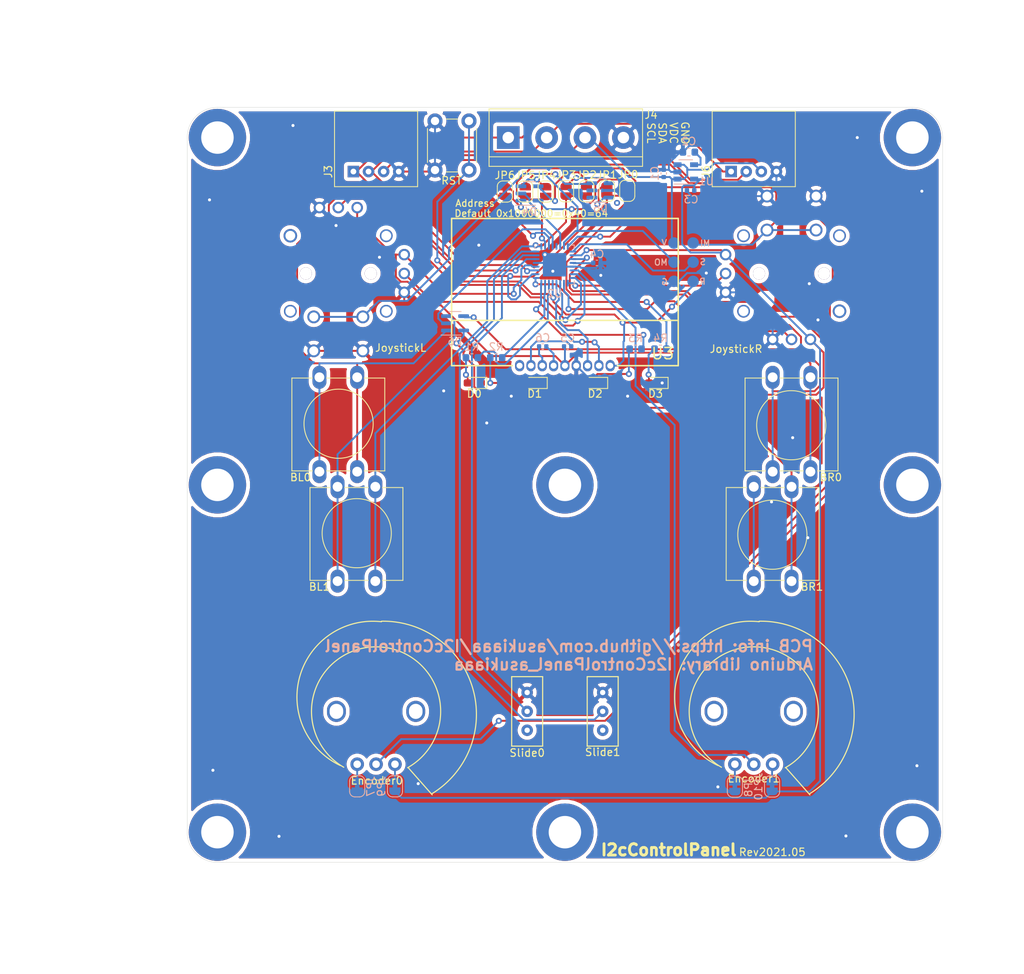
<source format=kicad_pcb>
(kicad_pcb (version 20211014) (generator pcbnew)
  (layers (0 "F.Cu" signal) (31 "B.Cu" signal) (34 "B.Paste" user) (35 "F.Paste" user) (36 "B.SilkS" user "B.Silkscreen") (37 "F.SilkS" user "F.Silkscreen") (38 "B.Mask" user) (39 "F.Mask" user) (44 "Edge.Cuts" user))
  (net 0 "")
  (net 1 "GND")
  (net 2 "Net-(C2-Pad1)")
  (net 3 "+3V3")
  (net 4 "Net-(C4-Pad2)")
  (net 5 "Net-(D1-Pad2)")
  (net 6 "Net-(D2-Pad2)")
  (net 7 "Net-(D3-Pad2)")
  (net 8 "/RST")
  (net 9 "/SCK")
  (net 10 "/SDA")
  (net 11 "/SCL")
  (net 12 "VDC")
  (net 13 "/HoriValueL")
  (net 14 "/VertValueL")
  (net 15 "/HoriValueR")
  (net 16 "/VertValueR")
  (net 17 "Net-(C5-Pad1)")
  (net 18 "Net-(C6-Pad2)")
  (net 19 "Net-(C6-Pad1)")
  (net 20 "/SCL_inside")
  (net 21 "/SDA_inside")
  (net 22 "Net-(U3-Pad1)")
  (net 23 "/JoyBtnR")
  (net 24 "/JoyBtnL")
  (net 25 "/BTN1")
  (net 26 "/BtnSig2")
  (net 27 "/BTN2")
  (net 28 "/BTN3")
  (net 29 "/BtnSig1")
  (net 30 "Net-(D5-Pad2)")
  (net 31 "/Rotery2")
  (net 32 "/Rotery1")
  (net 33 "/Slide1")
  (net 34 "Net-(D0-Pad2)")
  (net 35 "/BTN0")
  (net 36 "/LED0")
  (net 37 "/LED1")
  (net 38 "/LED2")
  (net 39 "/LED3")
  (net 40 "/BtnSig0")
  (net 41 "Net-(Slide0-Pad3)")
  (net 42 "/Slide0")
  (net 43 "Net-(Slide1-Pad3)")
  (net 44 "Net-(BL0-Pad1)")
  (net 45 "Net-(BL1-Pad1)")
  (net 46 "Net-(BR0-Pad1)")
  (net 47 "Net-(BR1-Pad1)")
  (net 48 "Net-(D4-Pad5)")
  (net 49 "Net-(D4-Pad4)")
  (net 50 "Net-(D4-Pad3)")
  (net 51 "Net-(D4-Pad1)")
  (net 52 "Net-(D5-Pad5)")
  (net 53 "Net-(D5-Pad4)")
  (net 54 "Net-(D5-Pad3)")
  (net 55 "Net-(D5-Pad1)")
  (net 56 "Net-(Encoder0-Pad3)")
  (net 57 "Net-(Encoder0-Pad1)")
  (net 58 "Net-(Encoder1-Pad3)")
  (net 59 "Net-(Encoder1-Pad1)")
  (footprint "Diode_SMD:D_0603_1608Metric_Pad1.05x0.95mm_HandSolder" (layer "F.Cu") (at 88 86.5 180)
    (fp_text reference "D0")
    (fp_text value "LED0")
  )
  (footprint "Diode_SMD:D_0603_1608Metric_Pad1.05x0.95mm_HandSolder" (layer "F.Cu") (at 96 86.5 180)
    (fp_text reference "D1")
    (fp_text value "LED1")
  )
  (footprint "Diode_SMD:D_0603_1608Metric_Pad1.05x0.95mm_HandSolder" (layer "F.Cu") (at 104 86.5 180)
    (fp_text reference "D2")
    (fp_text value "LED2")
  )
  (footprint "footprints:NS-Tech_Grove_1x04_P2mm_Horizontal" (layer "F.Cu") (at 75 58.5 90)
    (fp_text reference "J3")
    (fp_text value "Conn_01x04")
  )
  (footprint "TerminalBlock:TerminalBlock_bornier-4_P5.08mm" (layer "F.Cu") (at 92.5 54)
    (fp_text reference "J4")
    (fp_text value "Conn_01x04")
  )
  (footprint "footprints:SW_Center_PUSH-12mm" (layer "F.Cu") (at 70 92 90)
    (fp_text reference "BL0")
    (fp_text value "SW_Push")
  )
  (footprint "footprints:SW_Center_PUSH-12mm" (layer "F.Cu") (at 72.4 106.5 90)
    (fp_text reference "BL1")
    (fp_text value "SW_Push")
  )
  (footprint "footprints:SW_Center_PUSH-12mm" (layer "F.Cu") (at 130 92 -90)
    (fp_text reference "BR0")
    (fp_text value "SW_Push")
  )
  (footprint "footprints:SW_Center_PUSH-12mm" (layer "F.Cu") (at 127.5 106.5 -90)
    (fp_text reference "BR1")
    (fp_text value "SW_Push")
  )
  (footprint "asukiaaa-kicad-footprints:AQM0802A-RN-GBW" (layer "F.Cu") (at 100 74.462)
    (fp_text reference "U3")
    (fp_text value "AQM0802")
  )
  (footprint "footprints:NS-Tech_Grove_1x04_P2mm_Horizontal" (layer "F.Cu") (at 125 58.5 90)
    (fp_text reference "J6")
    (fp_text value "Conn_01x04")
  )
  (footprint "MountingHole:MountingHole_4.3mm_M4_ISO7380_Pad" (layer "F.Cu") (at 146 54)
    (fp_text reference "REF2" hide)
    (fp_text value "MountingHole_4.3mm_M4_ISO7380_Pad")
  )
  (footprint "MountingHole:MountingHole_4.3mm_M4_ISO7380_Pad" (layer "F.Cu") (at 54 54)
    (fp_text reference "REF1" hide)
    (fp_text value "MountingHole_4.3mm_M4_ISO7380_Pad")
  )
  (footprint "MountingHole:MountingHole_4.3mm_M4_ISO7380_Pad" (layer "F.Cu") (at 54 146)
    (fp_text reference "REF3" hide)
    (fp_text value "MountingHole_4.3mm_M4_ISO7380_Pad")
  )
  (footprint "MountingHole:MountingHole_4.3mm_M4_ISO7380_Pad" (layer "F.Cu") (at 146 146)
    (fp_text reference "REF4" hide)
    (fp_text value "MountingHole_4.3mm_M4_ISO7380_Pad")
  )
  (footprint "Jumper:SolderJumper-2_P1.3mm_Open_RoundedPad1.0x1.5mm" (layer "F.Cu") (at 108.25 61.05 90)
    (fp_text reference "JP0")
    (fp_text value "NO")
  )
  (footprint "Jumper:SolderJumper-2_P1.3mm_Open_RoundedPad1.0x1.5mm" (layer "F.Cu") (at 105.55 61.05 90)
    (fp_text reference "JP1")
    (fp_text value "NO")
  )
  (footprint "Jumper:SolderJumper-2_P1.3mm_Open_RoundedPad1.0x1.5mm" (layer "F.Cu") (at 102.85 61.1 90)
    (fp_text reference "JP2")
    (fp_text value "NO")
  )
  (footprint "Jumper:SolderJumper-2_P1.3mm_Open_RoundedPad1.0x1.5mm" (layer "F.Cu") (at 100.15 61.108 90)
    (fp_text reference "JP3")
    (fp_text value "NO")
  )
  (footprint "Jumper:SolderJumper-2_P1.3mm_Open_RoundedPad1.0x1.5mm" (layer "F.Cu") (at 97.45 61.15 90)
    (fp_text reference "JP4")
    (fp_text value "NO")
  )
  (footprint "Jumper:SolderJumper-2_P1.3mm_Open_RoundedPad1.0x1.5mm" (layer "F.Cu") (at 94.75 61.15 90)
    (fp_text reference "JP5")
    (fp_text value "NO")
  )
  (footprint "Jumper:SolderJumper-2_P1.3mm_Bridged_RoundedPad1.0x1.5mm" (layer "F.Cu") (at 92.05 61.15 90)
    (fp_text reference "JP6")
    (fp_text value "NC")
  )
  (footprint "asukiaaa-kicad-footprints:PS4tJoystick" (layer "F.Cu") (at 70 72 90)
    (fp_text reference "J1" hide)
    (fp_text value "JoystickL")
  )
  (footprint "asukiaaa-kicad-footprints:PS4tJoystick" (layer "F.Cu") (at 130 72 -90)
    (fp_text reference "J5" hide)
    (fp_text value "JoystickR")
  )
  (footprint "asukiaaa-kicad-footprints:RoteryEncoderWithPowerLabel" (layer "F.Cu") (at 75 130)
    (fp_text reference "Encoder0")
    (fp_text value "R_POT_US")
  )
  (footprint "asukiaaa-kicad-footprints:RoteryEncoderWithPowerLabel" (layer "F.Cu") (at 125 130)
    (fp_text reference "Encoder1")
    (fp_text value "R_POT_US")
  )
  (footprint "asukiaaa-kicad-footprints:SlideSwitch_SS12D01G4_2posi_1line" (layer "F.Cu") (at 95 130 -90)
    (fp_text reference "Slide0")
    (fp_text value "SlideSwitch")
  )
  (footprint "Diode_SMD:D_0603_1608Metric_Pad1.05x0.95mm_HandSolder" (layer "F.Cu") (at 112 86.5 180)
    (fp_text reference "D3")
    (fp_text value "LED3")
  )
  (footprint "asukiaaa-kicad-footprints:SlideSwitch_SS12D01G4_2posi_1line" (layer "F.Cu") (at 105 130 -90)
    (fp_text reference "Slide1")
    (fp_text value "SlideSwitch")
  )
  (footprint "Button_Switch_THT:SW_PUSH_6mm" (layer "F.Cu") (at 87.3 51.8 -90)
    (fp_text reference "SW6" hide)
    (fp_text value "SW_Push")
  )
  (footprint "MountingHole:MountingHole_4.3mm_M4_ISO7380_Pad" (layer "F.Cu") (at 146 100)
    (fp_text reference "REF6" hide)
    (fp_text value "MountingHole_4.3mm_M4_ISO7380_Pad")
  )
  (footprint "MountingHole:MountingHole_4.3mm_M4_ISO7380_Pad" (layer "F.Cu") (at 100 100)
    (fp_text reference "REF7" hide)
    (fp_text value "MountingHole_4.3mm_M4_ISO7380_Pad")
  )
  (footprint "MountingHole:MountingHole_4.3mm_M4_ISO7380_Pad" (layer "F.Cu") (at 100 146)
    (fp_text reference "REF8" hide)
    (fp_text value "MountingHole_4.3mm_M4_ISO7380_Pad")
  )
  (footprint "MountingHole:MountingHole_4.3mm_M4_ISO7380_Pad" (layer "F.Cu") (at 54 100)
    (fp_text reference "REF5" hide)
    (fp_text value "MountingHole_4.3mm_M4_ISO7380_Pad")
  )
  (footprint "Capacitor_SMD:C_0402_1005Metric" (layer "B.Cu") (at 113.08 58.7475 90)
    (fp_text reference "C1")
    (fp_text value "0.1u")
  )
  (footprint "Capacitor_SMD:C_0603_1608Metric" (layer "B.Cu") (at 116.408 55.928 180)
    (fp_text reference "C2")
    (fp_text value "10n")
  )
  (footprint "Capacitor_SMD:C_0402_1005Metric" (layer "B.Cu") (at 116.636 61.008 180)
    (fp_text reference "C3")
    (fp_text value "0.47u")
  )
  (footprint "Capacitor_SMD:C_0402_1005Metric" (layer "B.Cu") (at 104.23 70.6 180)
    (fp_text reference "C4")
    (fp_text value "0.1u")
  )
  (footprint "asukiaaa-kicad-footprints:2x03_P2.54mm_Pads" (layer "B.Cu") (at 115.7 70.5 180)
    (fp_text reference "J2" hide)
    (fp_text value "Conn_01x06")
  )
  (footprint "Resistor_SMD:R_0603_1608Metric" (layer "B.Cu") (at 87.6875 83.15 180)
    (fp_text reference "R1")
    (fp_text value "10k")
  )
  (footprint "Resistor_SMD:R_0603_1608Metric" (layer "B.Cu") (at 90.9 83.15 180)
    (fp_text reference "R2")
    (fp_text value "10k")
  )
  (footprint "Resistor_SMD:R_0603_1608Metric" (layer "B.Cu") (at 109.35 82 180)
    (fp_text reference "R3")
    (fp_text value "10k")
  )
  (footprint "Package_DFN_QFN:QFN-32-1EP_5x5mm_P0.5mm_EP3.1x3.1mm" (layer "B.Cu") (at 98.628 70.846)
    (fp_text reference "U2")
    (fp_text value "ATmega328PB-MU")
  )
  (footprint "Capacitor_SMD:C_0402_1005Metric" (layer "B.Cu") (at 100.36 81.67 180)
    (fp_text reference "C5")
    (fp_text value "0.1u")
  )
  (footprint "Capacitor_SMD:C_0402_1005Metric" (layer "B.Cu") (at 97.058 81.67 180)
    (fp_text reference "C6")
    (fp_text value "0.1u")
  )
  (footprint "Resistor_SMD:R_0603_1608Metric" (layer "B.Cu") (at 112.65 82 180)
    (fp_text reference "R4")
    (fp_text value "10k")
  )
  (footprint "Package_TO_SOT_SMD:SOT-23-5" (layer "B.Cu") (at 116 58.55)
    (fp_text reference "U1")
    (fp_text value "NJM12888F33")
  )
  (footprint "asukiaaa-kicad-footprints:SC-74-5_1.6x2.9mm_P0.95mm" (layer "B.Cu") (at 95.3125 61.4)
    (fp_text reference "D4")
    (fp_text value "1SS309")
  )
  (footprint "asukiaaa-kicad-footprints:SC-74-5_1.6x2.9mm_P0.95mm" (layer "B.Cu") (at 104.7 61)
    (fp_text reference "D5")
    (fp_text value "1SS309")
  )
  (footprint "asukiaaa-kicad-footprints:SC-74-5_1.6x2.9mm_P0.95mm" (layer "B.Cu") (at 85.45 78.6)
    (fp_text reference "D6")
    (fp_text value "1SS309")
  )
  (footprint "Jumper:SolderJumper-2_P1.3mm_Bridged_RoundedPad1.0x1.5mm" (layer "B.Cu") (at 72.5 139.925 90)
    (fp_text reference "JP7")
    (fp_text value "NC")
  )
  (footprint "Jumper:SolderJumper-2_P1.3mm_Bridged_RoundedPad1.0x1.5mm" (layer "B.Cu") (at 122.5 139.975 90)
    (fp_text reference "JP8")
    (fp_text value "NC")
  )
  (footprint "Jumper:SolderJumper-2_P1.3mm_Bridged_RoundedPad1.0x1.5mm" (layer "B.Cu") (at 77.5 139.925 -90)
    (fp_text reference "JP9")
    (fp_text value "NC")
  )
  (footprint "Jumper:SolderJumper-2_P1.3mm_Bridged_RoundedPad1.0x1.5mm" (layer "B.Cu") (at 127.425 139.95 -90)
    (fp_text reference "JP10")
    (fp_text value "NC")
  )
  (gr_arc (start 146 50) (mid 148.828427 51.171573) (end 150 54) (layer "Edge.Cuts") (width 0.05))
  (gr_arc (start 54 150) (mid 51.171573 148.828427) (end 50 146) (layer "Edge.Cuts") (width 0.05))
  (gr_arc (start 50 54) (mid 51.171573 51.171573) (end 54 50) (layer "Edge.Cuts") (width 0.05))
  (gr_line (start 146 50) (end 54 50) (layer "Edge.Cuts") (width 0.05))
  (gr_arc (start 150 146) (mid 148.828427 148.828427) (end 146 150) (layer "Edge.Cuts") (width 0.05))
  (gr_line (start 54 150) (end 146 150) (layer "Edge.Cuts") (width 0.05))
  (gr_line (start 150 146) (end 150 54) (layer "Edge.Cuts") (width 0.05))
  (gr_line (start 50 54) (end 50 146) (layer "Edge.Cuts") (width 0.05))
  (gr_text "PCB info: https://github.com/asukiaaa/I2cControlPanel\nArduino library: I2cControlPanel_asukiaaa" (at 133 122.575) (layer "B.SilkS") (effects (font (size 1.5 1.5) (thickness 0.3)) (justify left mirror)))
  (gr_text "RST" (at 85 59.7) (layer "F.SilkS") (effects (font (size 1 1))))
  (gr_text "Address" (at 88.1 62.7) (layer "F.SilkS") (effects (font (size 0.9 0.9))))
  (gr_text "SDA" (at 112.9 53.4 270) (layer "F.SilkS") (effects (font (size 1 1))))
  (gr_text "I2cControlPanel" (at 113.75 148.35) (layer "F.SilkS") (effects (font (size 1.5 1.5) (thickness 0.375))))
  (gr_text "SCL" (at 111.4 53.4 270) (layer "F.SilkS") (effects (font (size 1 1))))
  (gr_text "Default 0x1000000=0x40=64" (at 95.55 64.05) (layer "F.SilkS") (effects (font (size 0.9 0.9))))
  (gr_text "VDC" (at 114.4 53.4 270) (layer "F.SilkS") (effects (font (size 1 1))))
  (gr_text "GND" (at 115.9 53.4 270) (layer "F.SilkS") (effects (font (size 1 1))))
  (gr_text "Rev2021.05" (at 127.45 148.65) (layer "F.SilkS") (effects (font (size 1 1))))
  (via (at 106.9 62.65) (size 0.8) (drill 0.4) (layers "F.Cu" "B.Cu") (net 0))
  (segment (start 112.875 86.5) (end 112.875 86.5) (width 0.25) (layer "F.Cu") (net 1))
  (segment (start 101.1998 86.5) (end 101.5 86.1998) (width 0.25) (layer "F.Cu") (net 1))
  (segment (start 104.0642 87.3108) (end 104.875 86.5) (width 0.25) (layer "F.Cu") (net 1))
  (segment (start 123.4582 69.2316) (end 125.1251 67.5647) (width 0.25) (layer "F.Cu") (net 1))
  (segment (start 88.875 83.3931) (end 88.875 85.6982) (width 0.25) (layer "F.Cu") (net 1))
  (segment (start 82.2519 76.77) (end 88.875 83.3931) (width 0.25) (layer "F.Cu") (net 1))
  (segment (start 66.75 82.25) (end 73.25 82.25) (width 0.25) (layer "F.Cu") (net 1))
  (segment (start 96.875 86.5) (end 101.1998 86.5) (width 0.25) (layer "F.Cu") (net 1))
  (segment (start 78.73 74.5) (end 78.73 76.77) (width 0.25) (layer "F.Cu") (net 1))
  (segment (start 107.74 54) (end 104.7653 56.9747) (width 0.25) (layer "F.Cu") (net 1))
  (segment (start 123.4582 72.3118) (end 123.4582 69.2316) (width 0.25) (layer "F.Cu") (net 1))
  (segment (start 84.1253 56.9747) (end 82.8 58.3) (width 0.25) (layer "F.Cu") (net 1))
  (segment (start 78.73 76.77) (end 73.25 82.25) (width 0.25) (layer "F.Cu") (net 1))
  (segment (start 125.1251 63.3749) (end 126.75 61.75) (width 0.25) (layer "F.Cu") (net 1))
  (segment (start 102.611 87.3108) (end 104.0642 87.3108) (width 0.25) (layer "F.Cu") (net 1))
  (segment (start 104.875 86.5) (end 105.6812 87.3062) (width 0.25) (layer "F.Cu") (net 1))
  (segment (start 105.6812 87.3062) (end 112.0688 87.3062) (width 0.25) (layer "F.Cu") (net 1))
  (segment (start 88.875 85.6982) (end 96.0732 85.6982) (width 0.25) (layer "F.Cu") (net 1))
  (segment (start 88.875 85.6982) (end 88.875 86.5) (width 0.25) (layer "F.Cu") (net 1))
  (segment (start 125.1251 67.5647) (end 125.1251 63.3749) (width 0.25) (layer "F.Cu") (net 1))
  (segment (start 78 58.5) (end 82.6 58.5) (width 0.25) (layer "F.Cu") (net 1))
  (segment (start 101.5 86.1998) (end 102.611 87.3108) (width 0.25) (layer "F.Cu") (net 1))
  (segment (start 82.6 58.5) (end 82.8 58.3) (width 0.25) (layer "F.Cu") (net 1))
  (segment (start 101.5 84.212) (end 101.5 86.1998) (width 0.25) (layer "F.Cu") (net 1))
  (segment (start 104.7653 56.9747) (end 84.1253 56.9747) (width 0.25) (layer "F.Cu") (net 1))
  (segment (start 78.73 76.77) (end 82.2519 76.77) (width 0.25) (layer "F.Cu") (net 1))
  (segment (start 96.0732 85.6982) (end 96.875 86.5) (width 0.25) (layer "F.Cu") (net 1))
  (segment (start 112.0688 87.3062) (end 112.875 86.5) (width 0.25) (layer "F.Cu") (net 1))
  (segment (start 121.27 74.5) (end 123.4582 72.3118) (width 0.25) (layer "F.Cu") (net 1))
  (via (at 98.4 71.7) (size 0.8) (drill 0.4) (layers "F.Cu" "B.Cu") (net 1))
  (via (at 92.9 88.25) (size 0.8) (drill 0.4) (layers "F.Cu" "B.Cu") (net 1))
  (via (at 130.15 93.75) (size 0.8) (drill 0.4) (layers "F.Cu" "B.Cu") (net 1))
  (via (at 118.7163 71.9463) (size 0.8) (drill 0.4) (layers "F.Cu" "B.Cu") (net 1))
  (via (at 83.95 87.55) (size 0.8) (drill 0.4) (layers "F.Cu" "B.Cu") (net 1))
  (via (at 88.6 68.25) (size 0.8) (drill 0.4) (layers "F.Cu" "B.Cu") (net 1))
  (via (at 97.35 69.5) (size 0.8) (drill 0.4) (layers "F.Cu" "B.Cu") (net 1))
  (via (at 146.6 137.2) (size 0.8) (drill 0.4) (layers "F.Cu" "B.Cu") (net 1))
  (via (at 137.2 146.5) (size 0.8) (drill 0.4) (layers "F.Cu" "B.Cu") (net 1))
  (via (at 52.95 62.25) (size 0.8) (drill 0.4) (layers "F.Cu" "B.Cu") (net 1))
  (via (at 62.15 146.55) (size 0.8) (drill 0.4) (layers "F.Cu" "B.Cu") (net 1))
  (via (at 132.15 107) (size 0.8) (drill 0.4) (layers "F.Cu" "B.Cu") (net 1))
  (via (at 120.25 140) (size 0.8) (drill 0.4) (layers "F.Cu" "B.Cu") (net 1))
  (via (at 133.5 78.15) (size 0.8) (drill 0.4) (layers "F.Cu" "B.Cu") (net 1))
  (via (at 69.7 65.65) (size 0.8) (drill 0.4) (layers "F.Cu" "B.Cu") (net 1))
  (via (at 75.45 69.85) (size 0.8) (drill 0.4) (layers "F.Cu" "B.Cu") (net 1))
  (via (at 89.65 91.8) (size 0.8) (drill 0.4) (layers "F.Cu" "B.Cu") (net 1))
  (via (at 64 52.4) (size 0.8) (drill 0.4) (layers "F.Cu" "B.Cu") (net 1))
  (via (at 104.75 72.25) (size 0.8) (drill 0.4) (layers "F.Cu" "B.Cu") (net 1))
  (via (at 112.875 86.5) (size 0.8) (drill 0.4) (layers "F.Cu" "B.Cu") (net 1))
  (via (at 138.7 54) (size 0.8) (drill 0.4) (layers "F.Cu" "B.Cu") (net 1))
  (via (at 147.25 61.1) (size 0.8) (drill 0.4) (layers "F.Cu" "B.Cu") (net 1))
  (via (at 108.3 88.25) (size 0.8) (drill 0.4) (layers "F.Cu" "B.Cu") (net 1))
  (via (at 132.35 73.35) (size 0.8) (drill 0.4) (layers "F.Cu" "B.Cu") (net 1))
  (via (at 53.4 137.8) (size 0.8) (drill 0.4) (layers "F.Cu" "B.Cu") (net 1))
  (via (at 80.575 139.575) (size 0.8) (drill 0.4) (layers "F.Cu" "B.Cu") (net 1))
  (via (at 127.35 102.25) (size 0.8) (drill 0.4) (layers "F.Cu" "B.Cu") (net 1))
  (segment (start 118.7163 71.9463) (end 118.7163 71.9463) (width 0.25) (layer "B.Cu") (net 1))
  (segment (start 128 60.5) (end 132 60.5) (width 0.25) (layer "B.Cu") (net 1))
  (segment (start 116.7717 61.75) (end 116.151 61.1293) (width 0.25) (layer "B.Cu") (net 1))
  (segment (start 104.71 70.7023) (end 107.0477 73.04) (width 0.25) (layer "B.Cu") (net 1))
  (segment (start 104.1657 86.8777) (end 101.5 84.212) (width 0.25) (layer "B.Cu") (net 1))
  (segment (start 104.71 70.7023) (end 104.71 70.6) (width 0.25) (layer "B.Cu") (net 1))
  (segment (start 122.8694 74.5) (end 127.5 79.1306) (width 0.25) (layer "B.Cu") (net 1))
  (segment (start 116.151 61.1293) (end 116.151 61.008) (width 0.25) (layer "B.Cu") (net 1))
  (segment (start 114.0447 58.55) (end 113.7622 58.2675) (width 0.25) (layer "B.Cu") (net 1))
  (segment (start 104.71 70.7023) (end 104.1558 71.2565) (width 0.25) (layer "B.Cu") (net 1))
  (segment (start 68.6517 62.1183) (end 74.3817 62.1183) (width 0.25) (layer "B.Cu") (net 1))
  (segment (start 116.4484 55.1001) (end 124.6001 55.1001) (width 0.25) (layer "B.Cu") (net 1))
  (segment (start 107.0477 73.04) (end 114.43 73.04) (width 0.25) (layer "B.Cu") (net 1))
  (segment (start 121.27 74.5) (end 122.8694 74.5) (width 0.25) (layer "B.Cu") (net 1))
  (segment (start 98.628 70.846) (end 98.378 70.596) (width 0.25) (layer "B.Cu") (net 1))
  (segment (start 118.7163 71.9463) (end 121.27 74.5) (width 0.25) (layer "B.Cu") (net 1))
  (segment (start 113.7622 57.4181) (end 115.2523 55.928) (width 0.25) (layer "B.Cu") (net 1))
  (segment (start 113.7622 58.2675) (end 113.7622 57.4181) (width 0.25) (layer "B.Cu") (net 1))
  (segment (start 66.525 146.55) (end 72.5 140.575) (width 0.25) (layer "B.Cu") (net 1))
  (segment (start 132 60.5) (end 133.25 61.75) (width 0.25) (layer "B.Cu") (net 1))
  (segment (start 114.43 73.04) (end 115.0827 73.04) (width 0.25) (layer "B.Cu") (net 1))
  (segment (start 113.7622 58.2675) (end 113.08 58.2675) (width 0.25) (layer "B.Cu") (net 1))
  (segment (start 101.9878 71.096) (end 101.0655 71.096) (width 0.25) (layer "B.Cu") (net 1))
  (segment (start 120.875 140.625) (end 120.25 140) (width 0.25) (layer "B.Cu") (net 1))
  (segment (start 104.1558 71.2565) (end 102.1483 71.2565) (width 0.25) (layer "B.Cu") (net 1))
  (segment (start 115.2523 55.928) (end 115.6205 55.928) (width 0.25) (layer "B.Cu") (net 1))
  (segment (start 124.6001 55.1001) (end 128 58.5) (width 0.25) (layer "B.Cu") (net 1))
  (segment (start 114.9 58.55) (end 114.0447 58.55) (width 0.25) (layer "B.Cu") (net 1))
  (segment (start 74.3817 62.1183) (end 78 58.5) (width 0.25) (layer "B.Cu") (net 1))
  (segment (start 112.0075 58.2675) (end 107.74 54) (width 0.25) (layer "B.Cu") (net 1))
  (segment (start 78.73 74.5) (end 74.3817 70.1517) (width 0.25) (layer "B.Cu") (net 1))
  (segment (start 128 60.5) (end 126.75 61.75) (width 0.25) (layer "B.Cu") (net 1))
  (segment (start 105 128) (end 105 127.5) (width 0.25) (layer "B.Cu") (net 1))
  (segment (start 101.0655 71.096) (end 98.878 71.096) (width 0.25) (layer "B.Cu") (net 1))
  (segment (start 122.5 140.625) (end 120.875 140.625) (width 0.25) (layer "B.Cu") (net 1))
  (segment (start 115.6205 55.928) (end 116.4484 55.1001) (width 0.25) (layer "B.Cu") (net 1))
  (segment (start 126.75 61.75) (end 116.7717 61.75) (width 0.25) (layer "B.Cu") (net 1))
  (segment (start 127.5 79.1306) (end 127.5 80.73) (width 0.25) (layer "B.Cu") (net 1))
  (segment (start 67.5 63.27) (end 68.6517 62.1183) (width 0.25) (layer "B.Cu") (net 1))
  (segment (start 105 127.5) (end 104.1657 126.6657) (width 0.25) (layer "B.Cu") (net 1))
  (segment (start 104.1657 126.6657) (end 95.8343 126.6657) (width 0.25) (layer "B.Cu") (net 1))
  (segment (start 98.878 71.096) (end 98.628 70.846) (width 0.25) (layer "B.Cu") (net 1))
  (segment (start 128 58.5) (end 128 60.5) (width 0.25) (layer "B.Cu") (net 1))
  (segment (start 113.08 58.2675) (end 112.0075 58.2675) (width 0.25) (layer "B.Cu") (net 1))
  (segment (start 98.378 70.596) (end 96.1905 70.596) (width 0.25) (layer "B.Cu") (net 1))
  (segment (start 115.0827 73.04) (end 116.1764 71.9463) (width 0.25) (layer "B.Cu") (net 1))
  (segment (start 116.1764 71.9463) (end 118.7163 71.9463) (width 0.25) (layer "B.Cu") (net 1))
  (segment (start 95.8343 126.6657) (end 95 127.5) (width 0.25) (layer "B.Cu") (net 1))
  (segment (start 82.8 51.8) (end 82.8 58.3) (width 0.25) (layer "B.Cu") (net 1))
  (segment (start 62.15 146.55) (end 66.525 146.55) (width 0.25) (layer "B.Cu") (net 1))
  (segment (start 74.3817 70.1517) (end 74.3817 62.1183) (width 0.25) (layer "B.Cu") (net 1))
  (segment (start 102.1483 71.2565) (end 101.9878 71.096) (width 0.25) (layer "B.Cu") (net 1))
  (segment (start 117.1955 55.928) (end 117.9553 56.6878) (width 0.25) (layer "B.Cu") (net 2))
  (segment (start 117.9553 56.6878) (end 117.9553 57.6) (width 0.25) (layer "B.Cu") (net 2))
  (segment (start 117.1 57.6) (end 117.9553 57.6) (width 0.25) (layer "B.Cu") (net 2))
  (segment (start 122.1257 88.0545) (end 116.5581 82.4869) (width 0.25) (layer "F.Cu") (net 3))
  (segment (start 83.5833 76.2097) (end 90.311 82.9374) (width 0.25) (layer "F.Cu") (net 3))
  (segment (start 134.2407 87.095) (end 133.2812 88.0545) (width 0.25) (layer "F.Cu") (net 3))
  (segment (start 93.2234 74.691) (end 83.921 74.691) (width 0.25) (layer "F.Cu") (net 3))
  (segment (start 77.6186 69.5) (end 77.1878 69.5) (width 0.25) (layer "F.Cu") (net 3))
  (segment (start 132.5 80.73) (end 134.2407 82.4707) (width 0.25) (layer "F.Cu") (net 3))
  (segment (start 134.2407 82.4707) (end 134.2407 87.095) (width 0.25) (layer "F.Cu") (net 3))
  (segment (start 133.2812 88.0545) (end 122.1257 88.0545) (width 0.25) (layer "F.Cu") (net 3))
  (segment (start 82.3028 76.2097) (end 83.5833 76.2097) (width 0.25) (layer "F.Cu") (net 3))
  (segment (start 79.1837 73.0906) (end 82.3028 76.2097) (width 0.25) (layer "F.Cu") (net 3))
  (segment (start 77.6186 72.4263) (end 78.2829 73.0906) (width 0.25) (layer "F.Cu") (net 3))
  (segment (start 78.73 69.5) (end 77.6186 69.5) (width 0.25) (layer "F.Cu") (net 3))
  (segment (start 120.6744 68.9044) (end 102.8663 68.9044) (width 0.25) (layer "F.Cu") (net 3))
  (segment (start 90.311 82.9374) (end 98.7254 82.9374) (width 0.25) (layer "F.Cu") (net 3))
  (segment (start 77.1878 69.5) (end 72.5 64.8122) (width 0.25) (layer "F.Cu") (net 3))
  (segment (start 78.2829 73.0906) (end 79.1837 73.0906) (width 0.25) (layer "F.Cu") (net 3))
  (segment (start 116.5581 82.4869) (end 101.7251 82.4869) (width 0.25) (layer "F.Cu") (net 3))
  (segment (start 77.6186 69.5) (end 77.6186 72.4263) (width 0.25) (layer "F.Cu") (net 3))
  (segment (start 72.5 64.8122) (end 72.5 63.27) (width 0.25) (layer "F.Cu") (net 3))
  (segment (start 101.7251 82.4869) (end 100 84.212) (width 0.25) (layer "F.Cu") (net 3))
  (segment (start 121.27 69.5) (end 120.6744 68.9044) (width 0.25) (layer "F.Cu") (net 3))
  (segment (start 98.7254 82.9374) (end 100 84.212) (width 0.25) (layer "F.Cu") (net 3))
  (segment (start 83.921 74.691) (end 78.73 69.5) (width 0.25) (layer "F.Cu") (net 3))
  (via (at 102.8663 68.9044) (size 0.8) (drill 0.4) (layers "F.Cu" "B.Cu") (net 3))
  (via (at 93.2234 74.691) (size 0.8) (drill 0.4) (layers "F.Cu" "B.Cu") (net 3))
  (segment (start 133.7776 139.2224) (end 133.7776 82.0076) (width 0.25) (layer "B.Cu") (net 3))
  (segment (start 117.121 60.3343) (end 115.7877 60.3343) (width 0.25) (layer "B.Cu") (net 3))
  (segment (start 100 81.79) (end 99.88 81.67) (width 0.25) (layer "B.Cu") (net 3))
  (segment (start 132.5 80.73) (end 121.27 69.5) (width 0.25) (layer "B.Cu") (net 3))
  (segment (start 96.1905 71.096) (end 95.7044 71.096) (width 0.25) (layer "B.Cu") (net 3))
  (segment (start 94.231 72.8499) (end 93.2234 73.8575) (width 0.25) (layer "B.Cu") (net 3))
  (segment (start 78.37501 141.45001) (end 77.5 140.575) (width 0.25) (layer "B.Cu") (net 3))
  (segment (start 94.7449 70.9215) (end 94.231 71.4354) (width 0.25) (layer "B.Cu") (net 3))
  (segment (start 95.5299 70.9215) (end 94.7449 70.9215) (width 0.25) (layer "B.Cu") (net 3))
  (segment (start 127.425 140.6) (end 132.4 140.6) (width 0.25) (layer "B.Cu") (net 3))
  (segment (start 101.0655 69.596) (end 102.1747 69.596) (width 0.25) (layer "B.Cu") (net 3))
  (segment (start 117.121 61.008) (end 117.121 60.3343) (width 0.25) (layer "B.Cu") (net 3))
  (segment (start 95.7044 71.096) (end 95.5299 70.9215) (width 0.25) (layer "B.Cu") (net 3))
  (segment (start 100 84.212) (end 100 82.3577) (width 0.25) (layer "B.Cu") (net 3))
  (segment (start 115.5174 60.6046) (end 115.5174 68.1096) (width 0.25) (layer "B.Cu") (net 3))
  (segment (start 102.1747 69.596) (end 102.8663 68.9044) (width 0.25) (layer "B.Cu") (net 3))
  (segment (start 117.1 59.5) (end 117.9553 59.5) (width 0.25) (layer "B.Cu") (net 3))
  (segment (start 132.4 140.6) (end 133.7776 139.2224) (width 0.25) (layer "B.Cu") (net 3))
  (segment (start 94.231 71.4354) (end 94.231 72.8499) (width 0.25) (layer "B.Cu") (net 3))
  (segment (start 121 69.23) (end 121.27 69.5) (width 0.25) (layer "B.Cu") (net 3))
  (segment (start 115.5174 68.1096) (end 116.6378 69.23) (width 0.25) (layer "B.Cu") (net 3))
  (segment (start 133.7776 82.0076) (end 132.5 80.73) (width 0.25) (layer "B.Cu") (net 3))
  (segment (start 115.7877 60.3343) (end 115.5174 60.6046) (width 0.25) (layer "B.Cu") (net 3))
  (segment (start 116.6378 69.23) (end 121 69.23) (width 0.25) (layer "B.Cu") (net 3))
  (segment (start 117.121 60.3343) (end 117.9553 59.5) (width 0.25) (layer "B.Cu") (net 3))
  (segment (start 93.2234 73.8575) (end 93.2234 74.691) (width 0.25) (layer "B.Cu") (net 3))
  (segment (start 127.425 140.6) (end 126.57499 141.45001) (width 0.25) (layer "B.Cu") (net 3))
  (segment (start 100 82.3577) (end 100 81.79) (width 0.25) (layer "B.Cu") (net 3))
  (segment (start 126.57499 141.45001) (end 78.37501 141.45001) (width 0.25) (layer "B.Cu") (net 3))
  (segment (start 103.7141 70.6359) (end 103.75 70.6) (width 0.25) (layer "B.Cu") (net 4))
  (segment (start 101.1054 70.6359) (end 103.7141 70.6359) (width 0.25) (layer "B.Cu") (net 4))
  (segment (start 101.0655 70.596) (end 101.1054 70.6359) (width 0.25) (layer "B.Cu") (net 4))
  (segment (start 95.125 86.5) (end 90.1125 86.5) (width 0.25) (layer "F.Cu") (net 5))
  (via (at 90.1125 86.5) (size 0.8) (drill 0.4) (layers "F.Cu" "B.Cu") (net 5))
  (segment (start 90.1125 83.15) (end 90.1125 86.5) (width 0.25) (layer "B.Cu") (net 5))
  (segment (start 104.3125 85.3125) (end 108.4667 85.3125) (width 0.25) (layer "F.Cu") (net 6))
  (segment (start 103.125 86.5) (end 104.3125 85.3125) (width 0.25) (layer "F.Cu") (net 6))
  (via (at 108.4667 85.3125) (size 0.8) (drill 0.4) (layers "F.Cu" "B.Cu") (net 6))
  (segment (start 108.5625 82) (end 108.4667 82.0958) (width 0.25) (layer "B.Cu") (net 6))
  (segment (start 108.4667 82.0958) (end 108.4667 85.3125) (width 0.25) (layer "B.Cu") (net 6))
  (segment (start 111.125 85.4365) (end 111.0808 85.3923) (width 0.25) (layer "F.Cu") (net 7))
  (segment (start 111.125 86.5) (end 111.125 85.4365) (width 0.25) (layer "F.Cu") (net 7))
  (via (at 111.0808 85.3923) (size 0.8) (drill 0.4) (layers "F.Cu" "B.Cu") (net 7))
  (segment (start 111.8625 82) (end 111.0808 82.7817) (width 0.25) (layer "B.Cu") (net 7))
  (segment (start 111.0808 82.7817) (end 111.0808 85.3923) (width 0.25) (layer "B.Cu") (net 7))
  (segment (start 100.1626 77.438) (end 106.5682 77.438) (width 0.25) (layer "F.Cu") (net 8))
  (segment (start 106.5682 77.438) (end 107.6367 78.5065) (width 0.25) (layer "F.Cu") (net 8))
  (segment (start 112.0654 78.5065) (end 114.1719 76.4) (width 0.25) (layer "F.Cu") (net 8))
  (segment (start 85.9065 73.0651) (end 83.1065 70.2651) (width 0.25) (layer "F.Cu") (net 8))
  (segment (start 97.9668 74.7163) (end 95.6524 74.7163) (width 0.25) (layer "F.Cu") (net 8))
  (segment (start 98.4635 75.7389) (end 100.1626 77.438) (width 0.25) (layer "F.Cu") (net 8))
  (segment (start 94.0012 73.0651) (end 85.9065 73.0651) (width 0.25) (layer "F.Cu") (net 8))
  (segment (start 98.4635 75.213) (end 98.4635 75.7389) (width 0.25) (layer "F.Cu") (net 8))
  (segment (start 98.4635 75.213) (end 97.9668 74.7163) (width 0.25) (layer "F.Cu") (net 8))
  (segment (start 107.6367 78.5065) (end 112.0654 78.5065) (width 0.25) (layer "F.Cu") (net 8))
  (segment (start 95.6524 74.7163) (end 94.0012 73.0651) (width 0.25) (layer "F.Cu") (net 8))
  (via (at 114.1719 76.4) (size 0.8) (drill 0.4) (layers "F.Cu" "B.Cu") (net 8))
  (via (at 107.6367 78.5065) (size 0.8) (drill 0.4) (layers "F.Cu" "B.Cu") (net 8))
  (via (at 98.4635 75.213) (size 0.8) (drill 0.4) (layers "F.Cu" "B.Cu") (net 8))
  (via (at 83.1065 70.2651) (size 0.8) (drill 0.4) (layers "F.Cu" "B.Cu") (net 8))
  (segment (start 83.1065 62.4935) (end 87.3 58.3) (width 0.25) (layer "B.Cu") (net 8))
  (segment (start 106.9253 84.212) (end 107.0497 84.212) (width 0.25) (layer "B.Cu") (net 8))
  (segment (start 107.749 81.0371) (end 107.8366 80.9495) (width 0.25) (layer "B.Cu") (net 8))
  (segment (start 107.0497 84.212) (end 107.749 83.5127) (width 0.25) (layer "B.Cu") (net 8))
  (segment (start 98.378 73.2835) (end 98.378 75.1275) (width 0.25) (layer "B.Cu") (net 8))
  (segment (start 106 84.212) (end 106.9253 84.212) (width 0.25) (layer "B.Cu") (net 8))
  (segment (start 83.1065 70.2651) (end 83.1065 62.4935) (width 0.25) (layer "B.Cu") (net 8))
  (segment (start 107.749 83.5127) (end 107.749 81.0371) (width 0.25) (layer "B.Cu") (net 8))
  (segment (start 98.378 75.1275) (end 98.4635 75.213) (width 0.25) (layer "B.Cu") (net 8))
  (segment (start 114.1719 76.4) (end 116.97 73.6019) (width 0.25) (layer "B.Cu") (net 8))
  (segment (start 116.97 73.6019) (end 116.97 73.04) (width 0.25) (layer "B.Cu") (net 8))
  (segment (start 87.3 51.8) (end 87.3 58.3) (width 0.25) (layer "B.Cu") (net 8))
  (segment (start 107.8366 78.7064) (end 107.6367 78.5065) (width 0.25) (layer "B.Cu") (net 8))
  (segment (start 107.8366 80.9495) (end 107.8366 78.7064) (width 0.25) (layer "B.Cu") (net 8))
  (segment (start 111.6575 71.6112) (end 115.8588 71.6112) (width 0.25) (layer "B.Cu") (net 9))
  (segment (start 102.036 68.1255) (end 108.1718 68.1255) (width 0.25) (layer "B.Cu") (net 9))
  (segment (start 115.8588 71.6112) (end 116.97 70.5) (width 0.25) (layer "B.Cu") (net 9))
  (segment (start 108.1718 68.1255) (end 111.6575 71.6112) (width 0.25) (layer "B.Cu") (net 9))
  (segment (start 101.0655 69.096) (end 102.036 68.1255) (width 0.25) (layer "B.Cu") (net 9))
  (segment (start 124 58.5) (end 122.9126 59.5874) (width 0.25) (layer "F.Cu") (net 10))
  (segment (start 99.4053 52.1747) (end 97.58 54) (width 0.25) (layer "F.Cu") (net 10))
  (segment (start 109.1858 52.1747) (end 99.4053 52.1747) (width 0.25) (layer "F.Cu") (net 10))
  (segment (start 74.3957 58.5052) (end 74.0052 58.5052) (width 0.25) (layer "F.Cu") (net 10))
  (segment (start 77.0504 55.8505) (end 74.3957 58.5052) (width 0.25) (layer "F.Cu") (net 10))
  (segment (start 86.7738 70.8833) (end 74.3957 58.5052) (width 0.25) (layer "F.Cu") (net 10))
  (segment (start 97.58 54) (end 95.7295 55.8505) (width 0.25) (layer "F.Cu") (net 10))
  (segment (start 94.1901 70.8833) (end 86.7738 70.8833) (width 0.25) (layer "F.Cu") (net 10))
  (segment (start 94.9995 71.6927) (end 94.1901 70.8833) (width 0.25) (layer "F.Cu") (net 10))
  (segment (start 95.7295 55.8505) (end 77.0504 55.8505) (width 0.25) (layer "F.Cu") (net 10))
  (segment (start 116.5985 59.5874) (end 109.1858 52.1747) (width 0.25) (layer "F.Cu") (net 10))
  (segment (start 122.9126 59.5874) (end 116.5985 59.5874) (width 0.25) (layer "F.Cu") (net 10))
  (segment (start 74.0052 58.5052) (end 74 58.5) (width 0.25) (layer "F.Cu") (net 10))
  (via (at 94.9995 71.6927) (size 0.8) (drill 0.4) (layers "F.Cu" "B.Cu") (net 10))
  (segment (start 96.1905 71.596) (end 95.0962 71.596) (width 0.25) (layer "B.Cu") (net 10))
  (segment (start 95.0962 71.596) (end 94.9995 71.6927) (width 0.25) (layer "B.Cu") (net 10))
  (segment (start 72.3965 58.5065) (end 76.903 54) (width 0.25) (layer "F.Cu") (net 11))
  (segment (start 76.903 54) (end 92.5 54) (width 0.25) (layer "F.Cu") (net 11))
  (segment (start 72 58.5) (end 72.39 58.5) (width 0.25) (layer "F.Cu") (net 11))
  (segment (start 114.137 51.7243) (end 120.9127 58.5) (width 0.25) (layer "F.Cu") (net 11))
  (segment (start 78.9316 65.0416) (end 72.3965 58.5065) (width 0.25) (layer "F.Cu") (net 11))
  (segment (start 86.3935 71.6086) (end 79.8265 65.0416) (width 0.25) (layer "F.Cu") (net 11))
  (segment (start 79.8265 65.0416) (end 78.9316 65.0416) (width 0.25) (layer "F.Cu") (net 11))
  (segment (start 93.4625 71.6086) (end 86.3935 71.6086) (width 0.25) (layer "F.Cu") (net 11))
  (segment (start 92.5 54) (end 94.3253 54) (width 0.25) (layer "F.Cu") (net 11))
  (segment (start 122 58.5) (end 120.9127 58.5) (width 0.25) (layer "F.Cu") (net 11))
  (segment (start 94.3253 54) (end 96.601 51.7243) (width 0.25) (layer "F.Cu") (net 11))
  (segment (start 72.39 58.5) (end 72.3965 58.5065) (width 0.25) (layer "F.Cu") (net 11))
  (segment (start 96.601 51.7243) (end 114.137 51.7243) (width 0.25) (layer "F.Cu") (net 11))
  (via (at 93.4625 71.6086) (size 0.8) (drill 0.4) (layers "F.Cu" "B.Cu") (net 11))
  (segment (start 93.4625 71.5342) (end 94.9007 70.096) (width 0.25) (layer "B.Cu") (net 11))
  (segment (start 93.4625 71.6086) (end 93.4625 71.5342) (width 0.25) (layer "B.Cu") (net 11))
  (segment (start 94.9007 70.096) (end 96.1905 70.096) (width 0.25) (layer "B.Cu") (net 11))
  (segment (start 78.1659 56.3341) (end 100.3259 56.3341) (width 0.25) (layer "F.Cu") (net 12))
  (segment (start 76 58.5) (end 78.1659 56.3341) (width 0.25) (layer "F.Cu") (net 12))
  (segment (start 100.3259 56.3341) (end 102.66 54) (width 0.25) (layer "F.Cu") (net 12))
  (segment (start 115.7553 59.5) (end 116.1973 59.058) (width 0.25) (layer "B.Cu") (net 12))
  (segment (start 114.9 59.5) (end 115.7553 59.5) (width 0.25) (layer "B.Cu") (net 12))
  (segment (start 114.43 67.96) (end 114.1573 67.6873) (width 0.25) (layer "B.Cu") (net 12))
  (segment (start 116.1973 58.042) (end 115.7553 57.6) (width 0.25) (layer "B.Cu") (net 12))
  (segment (start 113.8848 59.2275) (end 113.08 59.2275) (width 0.25) (layer "B.Cu") (net 12))
  (segment (start 114.1573 67.6873) (end 114.1573 59.5) (width 0.25) (layer "B.Cu") (net 12))
  (segment (start 102.66 54) (end 103.2552 54) (width 0.25) (layer "B.Cu") (net 12))
  (segment (start 116.1973 59.058) (end 116.1973 58.2573) (width 0.25) (layer "B.Cu") (net 12))
  (segment (start 103.2552 54) (end 108.4827 59.2275) (width 0.25) (layer "B.Cu") (net 12))
  (segment (start 118.9266 58.2573) (end 116.1973 58.2573) (width 0.25) (layer "B.Cu") (net 12))
  (segment (start 108.4827 59.2275) (end 113.08 59.2275) (width 0.25) (layer "B.Cu") (net 12))
  (segment (start 126 58.5) (end 124.8991 57.3991) (width 0.25) (layer "B.Cu") (net 12))
  (segment (start 114.9 57.6) (end 115.7553 57.6) (width 0.25) (layer "B.Cu") (net 12))
  (segment (start 114.9 59.5) (end 114.1573 59.5) (width 0.25) (layer "B.Cu") (net 12))
  (segment (start 114.1573 59.5) (end 113.8848 59.2275) (width 0.25) (layer "B.Cu") (net 12))
  (segment (start 119.7848 57.3991) (end 118.9266 58.2573) (width 0.25) (layer "B.Cu") (net 12))
  (segment (start 116.1973 58.2573) (end 116.1973 58.042) (width 0.25) (layer "B.Cu") (net 12))
  (segment (start 124.8991 57.3991) (end 119.7848 57.3991) (width 0.25) (layer "B.Cu") (net 12))
  (segment (start 70 63.27) (end 71.1338 62.1362) (width 0.25) (layer "F.Cu") (net 13))
  (segment (start 97.0744 75.1666) (end 100.0711 78.1633) (width 0.25) (layer "F.Cu") (net 13))
  (segment (start 71.1338 62.1362) (end 73.9519 62.1362) (width 0.25) (layer "F.Cu") (net 13))
  (segment (start 93.8146 73.5154) (end 95.4658 75.1666) (width 0.25) (layer "F.Cu") (net 13))
  (segment (start 73.9519 62.1362) (end 85.3311 73.5154) (width 0.25) (layer "F.Cu") (net 13))
  (segment (start 85.3311 73.5154) (end 93.8146 73.5154) (width 0.25) (layer "F.Cu") (net 13))
  (segment (start 95.4658 75.1666) (end 97.0744 75.1666) (width 0.25) (layer "F.Cu") (net 13))
  (via (at 100.0711 78.1633) (size 0.8) (drill 0.4) (layers "F.Cu" "B.Cu") (net 13))
  (segment (start 102.1262 76.1082) (end 102.1262 73.337) (width 0.25) (layer "B.Cu") (net 13))
  (segment (start 102.1262 73.337) (end 101.3852 72.596) (width 0.25) (layer "B.Cu") (net 13))
  (segment (start 101.3852 72.596) (end 101.0655 72.596) (width 0.25) (layer "B.Cu") (net 13))
  (segment (start 100.0711 78.1633) (end 102.1262 76.1082) (width 0.25) (layer "B.Cu") (net 13))
  (segment (start 82.4893 75.7593) (end 78.73 72) (width 0.25) (layer "F.Cu") (net 14))
  (segment (start 101.0783 78.9018) (end 99.6835 78.9018) (width 0.25) (layer "F.Cu") (net 14))
  (segment (start 99.6835 78.9018) (end 96.541 75.7593) (width 0.25) (layer "F.Cu") (net 14))
  (segment (start 101.6867 78.2934) (end 101.0783 78.9018) (width 0.25) (layer "F.Cu") (net 14))
  (segment (start 96.541 75.7593) (end 82.4893 75.7593) (width 0.25) (layer "F.Cu") (net 14))
  (via (at 101.6867 78.2934) (size 0.8) (drill 0.4) (layers "F.Cu" "B.Cu") (net 14))
  (segment (start 101.6151 72.096) (end 102.5869 73.0678) (width 0.25) (layer "B.Cu") (net 14))
  (segment (start 102.5869 73.0678) (end 102.5869 77.3932) (width 0.25) (layer "B.Cu") (net 14))
  (segment (start 101.0655 72.096) (end 101.6151 72.096) (width 0.25) (layer "B.Cu") (net 14))
  (segment (start 102.5869 77.3932) (end 101.6867 78.2934) (width 0.25) (layer "B.Cu") (net 14))
  (segment (start 128.9126 79.6426) (end 118.4403 79.6426) (width 0.25) (layer "F.Cu") (net 15))
  (segment (start 111.9379 75.6748) (end 110.9001 76.7126) (width 0.25) (layer "F.Cu") (net 15))
  (segment (start 114.4724 75.6747) (end 111.9379 75.6747) (width 0.25) (layer "F.Cu") (net 15))
  (segment (start 110.9001 76.7126) (end 100.4829 76.7126) (width 0.25) (layer "F.Cu") (net 15))
  (segment (start 130 80.73) (end 128.9126 79.6426) (width 0.25) (layer "F.Cu") (net 15))
  (segment (start 111.9379 75.6747) (end 111.9379 75.6748) (width 0.25) (layer "F.Cu") (net 15))
  (segment (start 118.4403 79.6426) (end 114.4724 75.6747) (width 0.25) (layer "F.Cu") (net 15))
  (via (at 100.4829 76.7126) (size 0.8) (drill 0.4) (layers "F.Cu" "B.Cu") (net 15))
  (segment (start 100.4829 74.9328) (end 99.878 74.3279) (width 0.25) (layer "B.Cu") (net 15))
  (segment (start 100.4829 76.7126) (end 100.4829 74.9328) (width 0.25) (layer "B.Cu") (net 15))
  (segment (start 99.878 74.3279) (end 99.878 73.2835) (width 0.25) (layer "B.Cu") (net 15))
  (segment (start 119.6598 73.6102) (end 101.3734 73.6102) (width 0.25) (layer "F.Cu") (net 16))
  (segment (start 121.27 72) (end 119.6598 73.6102) (width 0.25) (layer "F.Cu") (net 16))
  (via (at 101.3734 73.6102) (size 0.8) (drill 0.4) (layers "F.Cu" "B.Cu") (net 16))
  (segment (start 100.378 73.2835) (end 101.0467 73.2835) (width 0.25) (layer "B.Cu") (net 16))
  (segment (start 101.0467 73.2835) (end 101.3734 73.6102) (width 0.25) (layer "B.Cu") (net 16))
  (segment (start 96.2403 80.9856) (end 100.2002 80.9856) (width 0.25) (layer "B.Cu") (net 17))
  (segment (start 100.84 81.6254) (end 100.84 81.67) (width 0.25) (layer "B.Cu") (net 17))
  (segment (start 100.2002 80.9856) (end 100.84 81.6254) (width 0.25) (layer "B.Cu") (net 17))
  (segment (start 95.5 81.7259) (end 96.2403 80.9856) (width 0.25) (layer "B.Cu") (net 17))
  (segment (start 95.5 83.1367) (end 95.5 81.7259) (width 0.25) (layer "B.Cu") (net 17))
  (segment (start 95.5 84.212) (end 95.5 83.1367) (width 0.25) (layer "B.Cu") (net 17))
  (segment (start 96.578 82.7147) (end 96.578 81.67) (width 0.25) (layer "B.Cu") (net 18))
  (segment (start 97 83.1367) (end 96.578 82.7147) (width 0.25) (layer "B.Cu") (net 18))
  (segment (start 97 84.212) (end 97 83.1367) (width 0.25) (layer "B.Cu") (net 18))
  (segment (start 98.5 84.212) (end 98.5 82.632) (width 0.25) (layer "B.Cu") (net 19))
  (segment (start 98.5 82.632) (end 97.538 81.67) (width 0.25) (layer "B.Cu") (net 19))
  (segment (start 102.274994 81.05) (end 103.85 81.05) (width 0.25) (layer "F.Cu") (net 20))
  (segment (start 103.85 81.05) (end 103.925 81.125) (width 0.25) (layer "F.Cu") (net 20))
  (via (at 102.274994 81.05) (size 0.8) (drill 0.4) (layers "F.Cu" "B.Cu") (net 20))
  (via (at 103.925 81.125) (size 0.8) (drill 0.4) (layers "F.Cu" "B.Cu") (net 20))
  (segment (start 101.2129 81.05) (end 102.274994 81.05) (width 0.25) (layer "B.Cu") (net 20))
  (segment (start 98.8376 78.6747) (end 101.2129 81.05) (width 0.25) (layer "B.Cu") (net 20))
  (segment (start 99.1888 75.5135) (end 99.1888 74.9125) (width 0.25) (layer "B.Cu") (net 20))
  (segment (start 104.499993 81.699993) (end 104.499993 84.212) (width 0.25) (layer "B.Cu") (net 20))
  (segment (start 98.8376 75.8647) (end 99.1888 75.5135) (width 0.25) (layer "B.Cu") (net 20))
  (segment (start 103.925 81.125) (end 104.499993 81.699993) (width 0.25) (layer "B.Cu") (net 20))
  (segment (start 99.1888 74.9125) (end 98.878 74.6017) (width 0.25) (layer "B.Cu") (net 20))
  (segment (start 98.8376 78.6747) (end 98.8376 75.8647) (width 0.25) (layer "B.Cu") (net 20))
  (segment (start 98.878 74.6017) (end 98.878 73.2835) (width 0.25) (layer "B.Cu") (net 20))
  (segment (start 99.3264 78.47) (end 100.3564 79.5) (width 0.25) (layer "B.Cu") (net 21))
  (segment (start 102.999994 80.649994) (end 102.999994 84.212) (width 0.25) (layer "B.Cu") (net 21))
  (segment (start 101.85 79.5) (end 102.999994 80.649994) (width 0.25) (layer "B.Cu") (net 21))
  (segment (start 99.378 74.4648) (end 99.378 73.2835) (width 0.25) (layer "B.Cu") (net 21))
  (segment (start 99.6391 74.7259) (end 99.378 74.4648) (width 0.25) (layer "B.Cu") (net 21))
  (segment (start 99.6391 77.4367) (end 99.6391 74.7259) (width 0.25) (layer "B.Cu") (net 21))
  (segment (start 100.3564 79.5) (end 101.85 79.5) (width 0.25) (layer "B.Cu") (net 21))
  (segment (start 99.3264 77.7494) (end 99.6391 77.4367) (width 0.25) (layer "B.Cu") (net 21))
  (segment (start 99.3264 78.47) (end 99.3264 77.7494) (width 0.25) (layer "B.Cu") (net 21))
  (segment (start 127.9746 65.0254) (end 127.9746 61.3065) (width 0.25) (layer "F.Cu") (net 23))
  (segment (start 126.75 66.25) (end 127.9746 65.0254) (width 0.25) (layer "F.Cu") (net 23))
  (segment (start 127.2427 60.5746) (end 112.5319 60.5746) (width 0.25) (layer "F.Cu") (net 23))
  (segment (start 112.5319 60.5746) (end 105.9856 67.1209) (width 0.25) (layer "F.Cu") (net 23))
  (segment (start 105.9856 67.1209) (end 104.671 67.1209) (width 0.25) (layer "F.Cu") (net 23))
  (segment (start 127.9746 61.3065) (end 127.2427 60.5746) (width 0.25) (layer "F.Cu") (net 23))
  (via (at 104.671 67.1209) (size 0.8) (drill 0.4) (layers "F.Cu" "B.Cu") (net 23))
  (segment (start 101.6656 67.1209) (end 104.671 67.1209) (width 0.25) (layer "B.Cu") (net 23))
  (segment (start 117.1929 68.1829) (end 124.8171 68.1829) (width 0.25) (layer "B.Cu") (net 23))
  (segment (start 116.97 67.96) (end 117.1929 68.1829) (width 0.25) (layer "B.Cu") (net 23))
  (segment (start 124.8171 68.1829) (end 126.75 66.25) (width 0.25) (layer "B.Cu") (net 23))
  (segment (start 100.378 68.4085) (end 101.6656 67.1209) (width 0.25) (layer "B.Cu") (net 23))
  (segment (start 126.75 66.25) (end 133.25 66.25) (width 0.25) (layer "B.Cu") (net 23))
  (segment (start 99.878 68.4085) (end 99.878 67.896) (width 0.25) (layer "B.Cu") (net 24))
  (segment (start 84.6436 70.1243) (end 79.1306 75.6373) (width 0.25) (layer "B.Cu") (net 24))
  (segment (start 110.3012 66.3712) (end 114.43 70.5) (width 0.25) (layer "B.Cu") (net 24))
  (segment (start 99.878 67.896) (end 101.4028 66.3712) (width 0.25) (layer "B.Cu") (net 24))
  (segment (start 101.6631 66.3712) (end 110.3012 66.3712) (width 0.25) (layer "B.Cu") (net 24))
  (segment (start 66.75 77.75) (end 73.25 77.75) (width 0.25) (layer "B.Cu") (net 24))
  (segment (start 101.4028 66.3712) (end 101.6631 66.3712) (width 0.25) (layer "B.Cu") (net 24))
  (segment (start 101.6631 66.3712) (end 101.6631 63.1671) (width 0.25) (layer "B.Cu") (net 24))
  (segment (start 101.6631 63.1671) (end 97.2988 58.8028) (width 0.25) (layer "B.Cu") (net 24))
  (segment (start 75.3627 75.6373) (end 73.25 77.75) (width 0.25) (layer "B.Cu") (net 24))
  (segment (start 84.6436 68.622) (end 84.6436 70.1243) (width 0.25) (layer "B.Cu") (net 24))
  (segment (start 97.2988 58.8028) (end 94.4628 58.8028) (width 0.25) (layer "B.Cu") (net 24))
  (segment (start 94.4628 58.8028) (end 84.6436 68.622) (width 0.25) (layer "B.Cu") (net 24))
  (segment (start 79.1306 75.6373) (end 75.3627 75.6373) (width 0.25) (layer "B.Cu") (net 24))
  (segment (start 97.0658 68.2601) (end 100.15 65.1759) (width 0.25) (layer "F.Cu") (net 25))
  (segment (start 100.158 61.75) (end 100.15 61.758) (width 0.25) (layer "F.Cu") (net 25))
  (segment (start 102.85 61.75) (end 100.158 61.75) (width 0.25) (layer "F.Cu") (net 25))
  (segment (start 96.125 68.2601) (end 97.0658 68.2601) (width 0.25) (layer "F.Cu") (net 25))
  (segment (start 100.15 65.1759) (end 100.15 61.758) (width 0.25) (layer "F.Cu") (net 25))
  (via (at 96.125 68.2601) (size 0.8) (drill 0.4) (layers "F.Cu" "B.Cu") (net 25))
  (segment (start 89.7083 73.0081) (end 89.7083 78.3652) (width 0.25) (layer "B.Cu") (net 25))
  (segment (start 96.878 68.4085) (end 96.125 68.4085) (width 0.25) (layer "B.Cu") (net 25))
  (segment (start 74.9 93.1735) (end 74.9 100.25) (width 0.25) (layer "B.Cu") (net 25))
  (segment (start 96.125 68.4085) (end 94.3079 68.4085) (width 0.25) (layer "B.Cu") (net 25))
  (segment (start 94.3079 68.4085) (end 89.7083 73.0081) (width 0.25) (layer "B.Cu") (net 25))
  (segment (start 74.9 110.9007) (end 74.9 100.25) (width 0.25) (layer "B.Cu") (net 25))
  (segment (start 96.125 68.4085) (end 96.125 68.2601) (width 0.25) (layer "B.Cu") (net 25))
  (segment (start 89.7083 78.3652) (end 74.9 93.1735) (width 0.25) (layer "B.Cu") (net 25))
  (segment (start 74.9 112.75) (end 74.9 110.9007) (width 0.25) (layer "B.Cu") (net 25))
  (segment (start 95.3125 62.1164) (end 95.3125 62.5983) (width 0.25) (layer "B.Cu") (net 26))
  (segment (start 99.378 66.6638) (end 99.378 68.4085) (width 0.25) (layer "B.Cu") (net 26))
  (segment (start 95.3125 62.5983) (end 99.378 66.6638) (width 0.25) (layer "B.Cu") (net 26))
  (segment (start 94.5961 61.4) (end 95.3125 62.1164) (width 0.25) (layer "B.Cu") (net 26))
  (segment (start 94.175 61.4) (end 94.5961 61.4) (width 0.25) (layer "B.Cu") (net 26))
  (segment (start 97.0505 62.1995) (end 96.9542 62.1995) (width 0.25) (layer "F.Cu") (net 27))
  (segment (start 100.8864 74.7858) (end 100.1978 74.0972) (width 0.25) (layer "F.Cu") (net 27))
  (segment (start 133.7762 84.2673) (end 131.25 81.7411) (width 0.25) (layer "F.Cu") (net 27))
  (segment (start 131.25 80.387) (end 129.7061 78.8431) (width 0.25) (layer "F.Cu") (net 27))
  (segment (start 127.5 87.5993) (end 133.0312 87.5993) (width 0.25) (layer "F.Cu") (net 27))
  (segment (start 109.3268 59.743) (end 107.6686 58.0848) (width 0.25) (layer "F.Cu") (net 27))
  (segment (start 109.3268 62.0674) (end 109.3268 59.743) (width 0.25) (layer "F.Cu") (net 27))
  (segment (start 115.9129 74.7858) (end 100.8864 74.7858) (width 0.25) (layer "F.Cu") (net 27))
  (segment (start 107.6686 58.0848) (end 95.4377 58.0848) (width 0.25) (layer "F.Cu") (net 27))
  (segment (start 95.1495 62.1995) (end 94.75 61.8) (width 0.25) (layer "F.Cu") (net 27))
  (segment (start 107.981 62.7402) (end 108.654 62.7402) (width 0.25) (layer "F.Cu") (net 27))
  (segment (start 133.7762 86.8543) (end 133.7762 84.2673) (width 0.25) (layer "F.Cu") (net 27))
  (segment (start 100.1978 74.0972) (end 100.1978 70.5234) (width 0.25) (layer "F.Cu") (net 27))
  (segment (start 96.9542 62.1995) (end 96.9542 67.3459) (width 0.25) (layer "F.Cu") (net 27))
  (segment (start 95.4377 58.0848) (end 93.6414 59.8811) (width 0.25) (layer "F.Cu") (net 27))
  (segment (start 93.6414 59.8811) (end 93.6414 61.438992) (width 0.25) (layer "F.Cu") (net 27))
  (segment (start 119.9702 78.8431) (end 115.9129 74.7858) (width 0.25) (layer "F.Cu") (net 27))
  (segment (start 108.654 62.7402) (end 109.3268 62.0674) (width 0.25) (layer "F.Cu") (net 27))
  (segment (start 96.9542 62.1995) (end 95.1495 62.1995) (width 0.25) (layer "F.Cu") (net 27))
  (segment (start 94.002408 61.8) (end 94.75 61.8) (width 0.25) (layer "F.Cu") (net 27))
  (segment (start 97.45 61.8) (end 97.0505 62.1995) (width 0.25) (layer "F.Cu") (net 27))
  (segment (start 129.7061 78.8431) (end 119.9702 78.8431) (width 0.25) (layer "F.Cu") (net 27))
  (segment (start 133.0312 87.5993) (end 133.7762 86.8543) (width 0.25) (layer "F.Cu") (net 27))
  (segment (start 127.5 85.75) (end 127.5 87.5993) (width 0.25) (layer "F.Cu") (net 27))
  (segment (start 93.6414 61.438992) (end 94.002408 61.8) (width 0.25) (layer "F.Cu") (net 27))
  (segment (start 94.575 61.8) (end 94.75 61.8) (width 0.25) (layer "F.Cu") (net 27))
  (segment (start 100.1978 70.5234) (end 107.981 62.7402) (width 0.25) (layer "F.Cu") (net 27))
  (segment (start 131.25 81.7411) (end 131.25 80.387) (width 0.25) (layer "F.Cu") (net 27))
  (via (at 96.9542 67.3459) (size 0.8) (drill 0.4) (layers "F.Cu" "B.Cu") (net 27))
  (segment (start 97.378 67.7697) (end 97.378 68.4085) (width 0.25) (layer "B.Cu") (net 27))
  (segment (start 96.9542 67.3459) (end 97.378 67.7697) (width 0.25) (layer "B.Cu") (net 27))
  (segment (start 127.5 98.25) (end 127.5 85.75) (width 0.25) (layer "B.Cu") (net 27))
  (segment (start 128.9738 60.0379) (end 116.4121 60.0379) (width 0.25) (layer "F.Cu") (net 28))
  (segment (start 135.2546 100.6461) (end 135.2546 79.697) (width 0.25) (layer "F.Cu") (net 28))
  (segment (start 90.9399 59.8703) (end 90.9399 61.437492) (width 0.25) (layer "F.Cu") (net 28))
  (segment (start 125 112.75) (end 125 110.9007) (width 0.25) (layer "F.Cu") (net 28))
  (segment (start 135.4529 68.1927) (end 134.875 67.6148) (width 0.25) (layer "F.Cu") (net 28))
  (segment (start 135.0754 79.5178) (end 135.0754 74.9446) (width 0.25) (layer "F.Cu") (net 28))
  (segment (start 91.302408 61.8) (end 92.05 61.8) (width 0.25) (layer "F.Cu") (net 28))
  (segment (start 125 110.9007) (end 135.2546 100.6461) (width 0.25) (layer "F.Cu") (net 28))
  (segment (start 92.05 61.8) (end 92.05 63.2912) (width 0.25) (layer "F.Cu") (net 28))
  (segment (start 90.9399 61.437492) (end 91.302408 61.8) (width 0.25) (layer "F.Cu") (net 28))
  (segment (start 135.2546 79.697) (end 135.0754 79.5178) (width 0.25) (layer "F.Cu") (net 28))
  (segment (start 135.4529 74.5671) (end 135.4529 68.1927) (width 0.25) (layer "F.Cu") (net 28))
  (segment (start 113.9497 57.5755) (end 93.2347 57.5755) (width 0.25) (layer "F.Cu") (net 28))
  (segment (start 116.4121 60.0379) (end 113.9497 57.5755) (width 0.25) (layer "F.Cu") (net 28))
  (segment (start 134.875 67.6148) (end 134.875 65.9391) (width 0.25) (layer "F.Cu") (net 28))
  (segment (start 92.05 63.2912) (end 95.7729 67.0141) (width 0.25) (layer "F.Cu") (net 28))
  (segment (start 135.0754 74.9446) (end 135.4529 74.5671) (width 0.25) (layer "F.Cu") (net 28))
  (segment (start 93.2347 57.5755) (end 90.9399 59.8703) (width 0.25) (layer "F.Cu") (net 28))
  (segment (start 91.9212 61.8) (end 92.05 61.8) (width 0.25) (layer "F.Cu") (net 28))
  (segment (start 134.875 65.9391) (end 128.9738 60.0379) (width 0.25) (layer "F.Cu") (net 28))
  (via (at 95.7729 67.0141) (size 0.8) (drill 0.4) (layers "F.Cu" "B.Cu") (net 28))
  (segment (start 125 112.75) (end 125 100.25) (width 0.25) (layer "B.Cu") (net 28))
  (segment (start 96.1779 66.6091) (end 97.2432 66.6091) (width 0.25) (layer "B.Cu") (net 28))
  (segment (start 95.7729 67.0141) (end 96.1779 66.6091) (width 0.25) (layer "B.Cu") (net 28))
  (segment (start 97.2432 66.6091) (end 97.878 67.2439) (width 0.25) (layer "B.Cu") (net 28))
  (segment (start 97.878 67.2439) (end 97.878 68.4085) (width 0.25) (layer "B.Cu") (net 28))
  (segment (start 109.3499 86.8999) (end 114.525 92.075) (width 0.25) (layer "B.Cu") (net 31))
  (segment (start 125 137) (end 123.774999 135.774999) (width 0.25) (layer "B.Cu") (net 31))
  (segment (start 114.525 92.075) (end 114.525 132.525) (width 0.25) (layer "B.Cu") (net 31))
  (segment (start 123.774999 135.774999) (end 117.774999 135.774999) (width 0.25) (layer "B.Cu") (net 31))
  (segment (start 101.752 71.596) (end 101.0655 71.596) (width 0.25) (layer "B.Cu") (net 31))
  (segment (start 109.3499 79.1939) (end 109.3499 86.8999) (width 0.25) (layer "B.Cu") (net 31))
  (segment (start 117.774999 135.774999) (end 114.525 132.525) (width 0.25) (layer "B.Cu") (net 31))
  (segment (start 109.3499 79.1939) (end 101.752 71.596) (width 0.25) (layer "B.Cu") (net 31))
  (segment (start 100.6481 72.1698) (end 100.6481 73.9106) (width 0.25) (layer "F.Cu") (net 32))
  (segment (start 134.7437 100.0471) (end 112.5883 122.2025) (width 0.25) (layer "F.Cu") (net 32))
  (segment (start 101.073 74.3355) (end 116.0995 74.3355) (width 0.25) (layer "F.Cu") (net 32))
  (segment (start 124.4 75.7627) (end 126.3621 77.7248) (width 0.25) (layer "F.Cu") (net 32))
  (segment (start 105.3176 131.25) (end 91.25 131.25) (width 0.25) (layer "F.Cu") (net 32))
  (segment (start 112.5883 122.2025) (end 112.5883 123.9793) (width 0.25) (layer "F.Cu") (net 32))
  (segment (start 131.0367 77.7248) (end 134.7437 81.4318) (width 0.25) (layer "F.Cu") (net 32))
  (segment (start 102.9074 69.9105) (end 100.6481 72.1698) (width 0.25) (layer "F.Cu") (net 32))
  (segment (start 126.3621 77.7248) (end 131.0367 77.7248) (width 0.25) (layer "F.Cu") (net 32))
  (segment (start 134.7437 81.4318) (end 134.7437 100.0471) (width 0.25) (layer "F.Cu") (net 32))
  (segment (start 112.5883 123.9793) (end 105.3176 131.25) (width 0.25) (layer "F.Cu") (net 32))
  (segment (start 116.0995 74.3355) (end 117.5267 75.7627) (width 0.25) (layer "F.Cu") (net 32))
  (segment (start 117.5267 75.7627) (end 124.4 75.7627) (width 0.25) (layer "F.Cu") (net 32))
  (segment (start 100.6481 73.9106) (end 101.073 74.3355) (width 0.25) (layer "F.Cu") (net 32))
  (via (at 91.25 131.25) (size 0.8) (drill 0.4) (layers "F.Cu" "B.Cu") (net 32))
  (via (at 102.9074 69.9105) (size 0.8) (drill 0.4) (layers "F.Cu" "B.Cu") (net 32))
  (segment (start 75 137) (end 78.325 133.675) (width 0.25) (layer "B.Cu") (net 32))
  (segment (start 78.325 133.675) (end 88.825 133.675) (width 0.25) (layer "B.Cu") (net 32))
  (segment (start 88.825 133.675) (end 91.25 131.25) (width 0.25) (layer "B.Cu") (net 32))
  (segment (start 102.9074 69.9105) (end 102.7219 70.096) (width 0.25) (layer "B.Cu") (net 32))
  (segment (start 102.7219 70.096) (end 101.0655 70.096) (width 0.25) (layer "B.Cu") (net 32))
  (segment (start 105 130) (end 103.9063 131.0937) (width 0.25) (layer "B.Cu") (net 33))
  (segment (start 86.0873 122.6728) (end 86.0873 82.6231) (width 0.25) (layer "B.Cu") (net 33))
  (segment (start 90.609 72.7443) (end 94.2573 69.096) (width 0.25) (layer "B.Cu") (net 33))
  (segment (start 94.5082 131.0937) (end 86.0873 122.6728) (width 0.25) (layer "B.Cu") (net 33))
  (segment (start 94.2573 69.096) (end 96.1905 69.096) (width 0.25) (layer "B.Cu") (net 33))
  (segment (start 86.0873 82.6231) (end 90.609 78.1014) (width 0.25) (layer "B.Cu") (net 33))
  (segment (start 103.9063 131.0937) (end 94.5082 131.0937) (width 0.25) (layer "B.Cu") (net 33))
  (segment (start 90.609 78.1014) (end 90.609 72.7443) (width 0.25) (layer "B.Cu") (net 33))
  (segment (start 87.125 86.5) (end 87.125 85.641) (width 0.25) (layer "F.Cu") (net 34))
  (segment (start 87.125 85.641) (end 86.9 85.416) (width 0.25) (layer "F.Cu") (net 34))
  (via (at 86.9 85.416) (size 0.8) (drill 0.4) (layers "F.Cu" "B.Cu") (net 34))
  (segment (start 86.9 83.15) (end 86.9 85.416) (width 0.25) (layer "B.Cu") (net 34))
  (segment (start 64.9246 74.9447) (end 64.5483 74.5684) (width 0.25) (layer "F.Cu") (net 35))
  (segment (start 72.5 83.9007) (end 66.7359 83.9007) (width 0.25) (layer "F.Cu") (net 35))
  (segment (start 86.4848 72.3369) (end 92.7617 72.3369) (width 0.25) (layer "F.Cu") (net 35))
  (segment (start 92.8429 72.4181) (end 95.7941 72.4181) (width 0.25) (layer "F.Cu") (net 35))
  (segment (start 69.985 61.6857) (end 74.4223 61.6857) (width 0.25) (layer "F.Cu") (net 35))
  (segment (start 95.7941 72.4181) (end 105.55 62.6622) (width 0.25) (layer "F.Cu") (net 35))
  (segment (start 92.7617 72.3369) (end 92.8429 72.4181) (width 0.25) (layer "F.Cu") (net 35))
  (segment (start 64.9246 82.0894) (end 64.9246 74.9447) (width 0.25) (layer "F.Cu") (net 35))
  (segment (start 74.4223 61.6857) (end 80.8863 68.1497) (width 0.25) (layer "F.Cu") (net 35))
  (segment (start 66.7359 83.9007) (end 64.9246 82.0894) (width 0.25) (layer "F.Cu") (net 35))
  (segment (start 68.75 62.9207) (end 69.985 61.6857) (width 0.25) (layer "F.Cu") (net 35))
  (segment (start 72.5 85.75) (end 72.5 83.9007) (width 0.25) (layer "F.Cu") (net 35))
  (segment (start 82.2976 68.1497) (end 86.4848 72.3369) (width 0.25) (layer "F.Cu") (net 35))
  (segment (start 64.5483 68.0916) (end 68.75 63.8899) (width 0.25) (layer "F.Cu") (net 35))
  (segment (start 68.75 63.8899) (end 68.75 62.9207) (width 0.25) (layer "F.Cu") (net 35))
  (segment (start 72.5 98.25) (end 72.5 85.75) (width 0.25) (layer "F.Cu") (net 35))
  (segment (start 105.55 61.7) (end 108.25 61.7) (width 0.25) (layer "F.Cu") (net 35))
  (segment (start 64.5483 74.5684) (end 64.5483 68.0916) (width 0.25) (layer "F.Cu") (net 35))
  (segment (start 80.8863 68.1497) (end 82.2976 68.1497) (width 0.25) (layer "F.Cu") (net 35))
  (segment (start 105.55 62.6622) (end 105.55 61.7) (width 0.25) (layer "F.Cu") (net 35))
  (via (at 92.7617 72.3369) (size 0.8) (drill 0.4) (layers "F.Cu" "B.Cu") (net 35))
  (segment (start 94.0528 73.7064) (end 95.6632 72.096) (width 0.25) (layer "B.Cu") (net 35))
  (segment (start 93.5269 75.4277) (end 94.0528 74.9018) (width 0.25) (layer "B.Cu") (net 35))
  (segment (start 95.6632 72.096) (end 96.1905 72.096) (width 0.25) (layer "B.Cu") (net 35))
  (segment (start 92.8988 75.4277) (end 93.5269 75.4277) (width 0.25) (layer "B.Cu") (net 35))
  (segment (start 92.4842 75.0131) (end 92.8988 75.4277) (width 0.25) (layer "B.Cu") (net 35))
  (segment (start 94.0528 74.9018) (end 94.0528 73.7064) (width 0.25) (layer "B.Cu") (net 35))
  (segment (start 92.7617 72.3369) (end 92.4842 72.6144) (width 0.25) (layer "B.Cu") (net 35))
  (segment (start 92.4842 72.6144) (end 92.4842 75.0131) (width 0.25) (layer "B.Cu") (net 35))
  (segment (start 97.878 73.2835) (end 97.878 74.7728) (width 0.25) (layer "B.Cu") (net 36))
  (segment (start 91.2077 83.9944) (end 90.9 83.6867) (width 0.25) (layer "B.Cu") (net 36))
  (segment (start 97.7382 74.9126) (end 97.7382 78.3639) (width 0.25) (layer "B.Cu") (net 36))
  (segment (start 90.9 82.663) (end 90.5858 82.3488) (width 0.25) (layer "B.Cu") (net 36))
  (segment (start 90.9 83.6867) (end 90.9 82.663) (width 0.25) (layer "B.Cu") (net 36))
  (segment (start 92.1077 83.9944) (end 91.2077 83.9944) (width 0.25) (layer "B.Cu") (net 36))
  (segment (start 97.7382 78.3639) (end 92.1077 83.9944) (width 0.25) (layer "B.Cu") (net 36))
  (segment (start 89.2762 82.3488) (end 88.475 83.15) (width 0.25) (layer "B.Cu") (net 36))
  (segment (start 90.5858 82.3488) (end 89.2762 82.3488) (width 0.25) (layer "B.Cu") (net 36))
  (segment (start 97.878 74.7728) (end 97.7382 74.9126) (width 0.25) (layer "B.Cu") (net 36))
  (segment (start 97.378 73.2835) (end 97.378 74.6359) (width 0.25) (layer "B.Cu") (net 37))
  (segment (start 97.378 74.6359) (end 97.2879 74.726) (width 0.25) (layer "B.Cu") (net 37))
  (segment (start 97.2879 77.5496) (end 91.6875 83.15) (width 0.25) (layer "B.Cu") (net 37))
  (segment (start 97.2879 74.726) (end 97.2879 77.5496) (width 0.25) (layer "B.Cu") (net 37))
  (segment (start 99.568 80.126) (end 110.3887 80.126) (width 0.25) (layer "F.Cu") (net 38))
  (segment (start 96.1824 76.7404) (end 99.568 80.126) (width 0.25) (layer "F.Cu") (net 38))
  (via (at 96.1824 76.7404) (size 0.8) (drill 0.4) (layers "F.Cu" "B.Cu") (net 38))
  (via (at 110.3887 80.126) (size 0.8) (drill 0.4) (layers "F.Cu" "B.Cu") (net 38))
  (segment (start 96.8376 73.3239) (end 96.8376 76.0852) (width 0.25) (layer "B.Cu") (net 38))
  (segment (start 96.878 73.2835) (end 96.8376 73.3239) (width 0.25) (layer "B.Cu") (net 38))
  (segment (start 96.8376 76.0852) (end 96.1824 76.7404) (width 0.25) (layer "B.Cu") (net 38))
  (segment (start 110.3887 81.7488) (end 110.3887 80.126) (width 0.25) (layer "B.Cu") (net 38))
  (segment (start 110.1375 82) (end 110.3887 81.7488) (width 0.25) (layer "B.Cu") (net 38))
  (segment (start 96.1021 73.4299) (end 98.8936 73.4299) (width 0.25) (layer "F.Cu") (net 39))
  (segment (start 98.8936 73.4299) (end 101.2345 75.7708) (width 0.25) (layer "F.Cu") (net 39))
  (segment (start 101.2345 75.7708) (end 110.8161 75.7708) (width 0.25) (layer "F.Cu") (net 39))
  (via (at 96.1021 73.4299) (size 0.8) (drill 0.4) (layers "F.Cu" "B.Cu") (net 39))
  (via (at 110.8161 75.7708) (size 0.8) (drill 0.4) (layers "F.Cu" "B.Cu") (net 39))
  (segment (start 110.8161 75.7708) (end 113.4375 78.3922) (width 0.25) (layer "B.Cu") (net 39))
  (segment (start 113.4375 78.3922) (end 113.4375 82) (width 0.25) (layer "B.Cu") (net 39))
  (segment (start 96.1905 72.596) (end 96.1021 72.6844) (width 0.25) (layer "B.Cu") (net 39))
  (segment (start 96.1021 72.6844) (end 96.1021 73.4299) (width 0.25) (layer "B.Cu") (net 39))
  (segment (start 97.4217 66.1478) (end 98.378 67.1041) (width 0.25) (layer "B.Cu") (net 40))
  (segment (start 94.411 66.1478) (end 97.4217 66.1478) (width 0.25) (layer "B.Cu") (net 40))
  (segment (start 84.3125 78.6) (end 83.8719 78.6) (width 0.25) (layer "B.Cu") (net 40))
  (segment (start 83.2335 77.9616) (end 83.2335 77.3253) (width 0.25) (layer "B.Cu") (net 40))
  (segment (start 98.378 67.1041) (end 98.378 68.4085) (width 0.25) (layer "B.Cu") (net 40))
  (segment (start 83.8719 78.6) (end 83.2335 77.9616) (width 0.25) (layer "B.Cu") (net 40))
  (segment (start 83.2335 77.3253) (end 94.411 66.1478) (width 0.25) (layer "B.Cu") (net 40))
  (segment (start 95 130) (end 87.6876 122.6876) (width 0.25) (layer "B.Cu") (net 42))
  (segment (start 91.6589 77.9001) (end 91.6589 72.3736) (width 0.25) (layer "B.Cu") (net 42))
  (segment (start 87.6876 81.8714) (end 91.6589 77.9001) (width 0.25) (layer "B.Cu") (net 42))
  (segment (start 94.4365 69.596) (end 96.1905 69.596) (width 0.25) (layer "B.Cu") (net 42))
  (segment (start 91.6589 72.3736) (end 94.4365 69.596) (width 0.25) (layer "B.Cu") (net 42))
  (segment (start 87.6876 122.6876) (end 87.6876 81.8714) (width 0.25) (layer "B.Cu") (net 42))
  (segment (start 79.9618 83.9007) (end 84.3125 79.55) (width 0.25) (layer "B.Cu") (net 44))
  (segment (start 67.5 85.75) (end 67.5 83.9007) (width 0.25) (layer "B.Cu") (net 44))
  (segment (start 67.5 83.9007) (end 79.9618 83.9007) (width 0.25) (layer "B.Cu") (net 44))
  (segment (start 67.5 98.25) (end 67.5 85.75) (width 0.25) (layer "B.Cu") (net 44))
  (segment (start 84.778 77.65) (end 85.3615 78.2335) (width 0.25) (layer "B.Cu") (net 45))
  (segment (start 69.9 112.75) (end 69.9 100.25) (width 0.25) (layer "B.Cu") (net 45))
  (segment (start 84.3125 77.65) (end 84.778 77.65) (width 0.25) (layer "B.Cu") (net 45))
  (segment (start 85.3615 80.4957) (end 69.9 95.9572) (width 0.25) (layer "B.Cu") (net 45))
  (segment (start 69.9 95.9572) (end 69.9 100.25) (width 0.25) (layer "B.Cu") (net 45))
  (segment (start 85.3615 78.2335) (end 85.3615 80.4957) (width 0.25) (layer "B.Cu") (net 45))
  (segment (start 130.6359 82.0366) (end 92.1414 82.0366) (width 0.25) (layer "F.Cu") (net 46))
  (segment (start 132.5 83.9007) (end 130.6359 82.0366) (width 0.25) (layer "F.Cu") (net 46))
  (segment (start 132.5 85.75) (end 132.5 83.9007) (width 0.25) (layer "F.Cu") (net 46))
  (segment (start 92.1414 82.0366) (end 87.9148 77.81) (width 0.25) (layer "F.Cu") (net 46))
  (via (at 87.9148 77.81) (size 0.8) (drill 0.4) (layers "F.Cu" "B.Cu") (net 46))
  (segment (start 87.9148 77.81) (end 86.7475 77.81) (width 0.25) (layer "B.Cu") (net 46))
  (segment (start 86.7475 77.81) (end 86.5875 77.65) (width 0.25) (layer "B.Cu") (net 46))
  (segment (start 132.5 98.25) (end 132.5 85.75) (width 0.25) (layer "B.Cu") (net 46))
  (segment (start 86.7026 82.3152) (end 86.5707 82.4471) (width 0.25) (layer "F.Cu") (net 47))
  (segment (start 87.9455 84.1951) (end 88 84.1951) (width 0.25) (layer "F.Cu") (net 47))
  (segment (start 85.6351 81.2478) (end 86.7026 82.3152) (width 0.25) (layer "F.Cu") (net 47))
  (segment (start 88 84.1951) (end 88 87.0092) (width 0.25) (layer "F.Cu") (net 47))
  (segment (start 88 87.0092) (end 90.7825 89.7917) (width 0.25) (layer "F.Cu") (net 47))
  (segment (start 86.5707 82.4471) (end 86.5707 82.8203) (width 0.25) (layer "F.Cu") (net 47))
  (segment (start 121.5258 89.7917) (end 130 98.2659) (width 0.25) (layer "F.Cu") (net 47))
  (segment (start 90.7825 89.7917) (end 121.5258 89.7917) (width 0.25) (layer "F.Cu") (net 47))
  (segment (start 86.5707 82.8203) (end 87.9455 84.1951) (width 0.25) (layer "F.Cu") (net 47))
  (segment (start 130 98.2659) (end 130 100.25) (width 0.25) (layer "F.Cu") (net 47))
  (via (at 85.6351 81.2478) (size 0.8) (drill 0.4) (layers "F.Cu" "B.Cu") (net 47))
  (segment (start 85.6351 81.2478) (end 86.5875 80.2954) (width 0.25) (layer "B.Cu") (net 47))
  (segment (start 130 112.75) (end 130 100.25) (width 0.25) (layer "B.Cu") (net 47))
  (segment (start 86.5875 80.2954) (end 86.5875 79.55) (width 0.25) (layer "B.Cu") (net 47))
  (segment (start 107.4064 59.5564) (end 104.6834 59.5564) (width 0.25) (layer "F.Cu") (net 48))
  (segment (start 102.5581 63.478) (end 100.8975 63.478) (width 0.25) (layer "F.Cu") (net 48))
  (segment (start 104.0242 60.2156) (end 104.0242 62.0119) (width 0.25) (layer "F.Cu") (net 48))
  (segment (start 104.6834 59.5564) (end 104.0242 60.2156) (width 0.25) (layer "F.Cu") (net 48))
  (segment (start 108.25 60.4) (end 107.4064 59.5564) (width 0.25) (layer "F.Cu") (net 48))
  (segment (start 104.0242 62.0119) (end 102.5581 63.478) (width 0.25) (layer "F.Cu") (net 48))
  (via (at 100.8975 63.478) (size 0.8) (drill 0.4) (layers "F.Cu" "B.Cu") (net 48))
  (segment (start 100.8975 63.478) (end 97.578 63.478) (width 0.25) (layer "B.Cu") (net 48))
  (segment (start 97.578 63.478) (end 96.45 62.35) (width 0.25) (layer "B.Cu") (net 48))
  (segment (start 101.7984 58.6005) (end 100.2875 58.6005) (width 0.25) (layer "F.Cu") (net 49))
  (segment (start 100.2875 58.6005) (end 98.6889 60.1991) (width 0.25) (layer "F.Cu") (net 49))
  (segment (start 102.85 60.45) (end 102.85 59.6521) (width 0.25) (layer "F.Cu") (net 49))
  (segment (start 102.85 59.6521) (end 101.7984 58.6005) (width 0.25) (layer "F.Cu") (net 49))
  (segment (start 98.6889 60.1991) (end 98.6889 62.3975) (width 0.25) (layer "F.Cu") (net 49))
  (via (at 98.6889 62.3975) (size 0.8) (drill 0.4) (layers "F.Cu" "B.Cu") (net 49))
  (segment (start 96.45 60.45) (end 98.3975 62.3975) (width 0.25) (layer "B.Cu") (net 49))
  (segment (start 98.3975 62.3975) (end 98.6889 62.3975) (width 0.25) (layer "B.Cu") (net 49))
  (segment (start 97.2354 60.5) (end 96.2786 59.5432) (width 0.25) (layer "F.Cu") (net 50))
  (segment (start 97.45 60.5) (end 97.2354 60.5) (width 0.25) (layer "F.Cu") (net 50))
  (via (at 96.2786 59.5432) (size 0.8) (drill 0.4) (layers "F.Cu" "B.Cu") (net 50))
  (segment (start 96.2786 59.5432) (end 95.0818 59.5432) (width 0.25) (layer "B.Cu") (net 50))
  (segment (start 95.0818 59.5432) (end 94.175 60.45) (width 0.25) (layer "B.Cu") (net 50))
  (segment (start 92.4911 60.5) (end 93.1254 61.1343) (width 0.25) (layer "F.Cu") (net 51))
  (segment (start 93.1254 62.1636) (end 94.175 63.2132) (width 0.25) (layer "F.Cu") (net 51))
  (segment (start 93.1254 61.1343) (end 93.1254 62.1636) (width 0.25) (layer "F.Cu") (net 51))
  (segment (start 92.05 60.5) (end 92.4911 60.5) (width 0.25) (layer "F.Cu") (net 51))
  (via (at 94.175 63.2132) (size 0.8) (drill 0.4) (layers "F.Cu" "B.Cu") (net 51))
  (segment (start 94.175 62.35) (end 94.175 63.2132) (width 0.25) (layer "B.Cu") (net 51))
  (segment (start 104.4746 60.9387) (end 104.4746 62.648) (width 0.25) (layer "F.Cu") (net 52))
  (segment (start 105.0133 60.4) (end 104.4746 60.9387) (width 0.25) (layer "F.Cu") (net 52))
  (segment (start 104.4746 62.648) (end 104.2918 62.8308) (width 0.25) (layer "F.Cu") (net 52))
  (segment (start 105.55 60.4) (end 105.0133 60.4) (width 0.25) (layer "F.Cu") (net 52))
  (via (at 104.2918 62.8308) (size 0.8) (drill 0.4) (layers "F.Cu" "B.Cu") (net 52))
  (segment (start 105.8375 61.95) (end 105.1726 61.95) (width 0.25) (layer "B.Cu") (net 52))
  (segment (start 105.1726 61.95) (end 104.2918 62.8308) (width 0.25) (layer "B.Cu") (net 52))
  (segment (start 100.15 60.458) (end 101.2635 59.3445) (width 0.25) (layer "F.Cu") (net 53))
  (segment (start 101.2635 59.3445) (end 101.4991 59.3445) (width 0.25) (layer "F.Cu") (net 53))
  (via (at 101.4991 59.3445) (size 0.8) (drill 0.4) (layers "F.Cu" "B.Cu") (net 53))
  (segment (start 101.4991 59.3445) (end 105.132 59.3445) (width 0.25) (layer "B.Cu") (net 53))
  (segment (start 105.132 59.3445) (end 105.8375 60.05) (width 0.25) (layer "B.Cu") (net 53))
  (segment (start 94.75 60.5) (end 94.75 60.0159) (width 0.25) (layer "F.Cu") (net 54))
  (segment (start 95.9616 58.8043) (end 98.6912 58.8043) (width 0.25) (layer "F.Cu") (net 54))
  (segment (start 98.6912 58.8043) (end 98.7414 58.8545) (width 0.25) (layer "F.Cu") (net 54))
  (segment (start 94.75 60.0159) (end 95.9616 58.8043) (width 0.25) (layer "F.Cu") (net 54))
  (via (at 98.7414 58.8545) (size 0.8) (drill 0.4) (layers "F.Cu" "B.Cu") (net 54))
  (segment (start 103.5625 60.05) (end 103.469 60.1435) (width 0.25) (layer "B.Cu") (net 54))
  (segment (start 100.0304 60.1435) (end 98.7414 58.8545) (width 0.25) (layer "B.Cu") (net 54))
  (segment (start 103.469 60.1435) (end 100.0304 60.1435) (width 0.25) (layer "B.Cu") (net 54))
  (segment (start 77.5 139.275) (end 77.5 137) (width 0.25) (layer "B.Cu") (net 56))
  (segment (start 72.5 139.275) (end 72.5 137) (width 0.25) (layer "B.Cu") (net 57))
  (segment (start 127.425 137.075) (end 127.5 137) (width 0.25) (layer "B.Cu") (net 58))
  (segment (start 127.425 139.3) (end 127.425 137.075) (width 0.25) (layer "B.Cu") (net 58))
  (segment (start 122.5 139.325) (end 122.5 137) (width 0.25) (layer "B.Cu") (net 59))
  (zone (net 1) (net_name "GND") (layer "F.Cu") (connect_pads (clearance 0.508)) (min_thickness 0.254) (fill yes (thermal_gap 0.508) (thermal_bridge_width 0.508))
    (polygon (pts (xy 150.7 150.85) (xy 49.8 150.85) (xy 49.8 49.35) (xy 150.7 49.35)))
  )
  (zone (net 0) (net_name "") (layer "F.Cu") (connect_pads (clearance 0)) (min_thickness 0.254)
    (keepout (tracks not_allowed) (vias not_allowed) (pads allowed) (copperpour not_allowed) (footprints allowed))
    (fill (thermal_gap 0.508) (thermal_bridge_width 0.508))
    (polygon (pts (xy 134.75 75.1) (xy 134.7 76.05) (xy 134.15 76.7) (xy 133.25 76.75) (xy 132.35 76.2) (xy 132.3 74.85) (xy 133 74.3) (xy 134.2 74.3)))
  )
  (zone (net 0) (net_name "") (layer "F.Cu") (connect_pads (clearance 0)) (min_thickness 0.254)
    (keepout (tracks not_allowed) (vias not_allowed) (pads allowed) (copperpour not_allowed) (footprints allowed))
    (fill (thermal_gap 0.508) (thermal_bridge_width 0.508))
    (polygon (pts (xy 72.2 75.9) (xy 72.25 74.95) (xy 72.8 74.3) (xy 73.7 74.25) (xy 74.6 74.8) (xy 74.65 76.15) (xy 73.95 76.7) (xy 72.75 76.7)))
  )
  (zone (net 0) (net_name "") (layer "F.Cu") (connect_pads (clearance 0)) (min_thickness 0.254)
    (keepout (tracks not_allowed) (vias not_allowed) (pads allowed) (copperpour not_allowed) (footprints allowed))
    (fill (thermal_gap 0.508) (thermal_bridge_width 0.508))
    (polygon (pts (xy 69.05 81.55) (xy 68.25 80.65) (xy 68.25 79.5) (xy 68.9 78.5) (xy 68.85 73.55) (xy 68 72.75) (xy 68 71.3) (xy 68.8 70.25) (xy 70.8 70.1) (xy 71.8 71.25) (xy 71.85 72.85) (xy 71.05 73.65) (xy 71.05 78.55) (xy 71.65 79.3) (xy 71.65 80.7) (xy 70.8 81.6)))
  )
  (zone (net 0) (net_name "") (layer "F.Cu") (connect_pads (clearance 0)) (min_thickness 0.254)
    (keepout (tracks not_allowed) (vias not_allowed) (pads allowed) (copperpour not_allowed) (footprints allowed))
    (fill (thermal_gap 0.508) (thermal_bridge_width 0.508))
    (polygon (pts (xy 72.2 68.9) (xy 72.25 67.95) (xy 72.8 67.3) (xy 73.7 67.25) (xy 74.6 67.8) (xy 74.65 69.15) (xy 73.95 69.7) (xy 72.75 69.7)))
  )
  (zone (net 0) (net_name "") (layer "F.Cu") (connect_pads (clearance 0)) (min_thickness 0.254)
    (keepout (tracks not_allowed) (vias not_allowed) (pads allowed) (copperpour not_allowed) (footprints allowed))
    (fill (thermal_gap 0.508) (thermal_bridge_width 0.508))
    (polygon (pts (xy 65.2 68.9) (xy 65.25 67.95) (xy 65.8 67.3) (xy 66.7 67.25) (xy 67.6 67.8) (xy 67.65 69.15) (xy 66.95 69.7) (xy 65.75 69.7)))
  )
  (zone (net 0) (net_name "") (layer "F.Cu") (connect_pads (clearance 0)) (min_thickness 0.254)
    (keepout (tracks not_allowed) (vias not_allowed) (pads allowed) (copperpour not_allowed) (footprints allowed))
    (fill (thermal_gap 0.508) (thermal_bridge_width 0.508))
    (polygon (pts (xy 65.25 75.85) (xy 65.3 74.9) (xy 65.85 74.25) (xy 66.75 74.2) (xy 67.65 74.75) (xy 67.7 76.1) (xy 67 76.65) (xy 65.8 76.65)))
  )
  (zone (net 0) (net_name "") (layer "F.Cu") (connect_pads (clearance 0)) (min_thickness 0.254)
    (keepout (tracks not_allowed) (vias not_allowed) (pads allowed) (copperpour not_allowed) (footprints allowed))
    (fill (thermal_gap 0.508) (thermal_bridge_width 0.508))
    (polygon (pts (xy 130.9 62.45) (xy 131.7 63.35) (xy 131.7 64.5) (xy 131.05 65.5) (xy 131.1 70.45) (xy 131.95 71.25) (xy 131.95 72.7) (xy 131.15 73.75) (xy 129.15 73.9) (xy 128.15 72.75) (xy 128.1 71.15) (xy 128.9 70.35) (xy 128.9 65.45) (xy 128.3 64.7) (xy 128.3 63.3) (xy 129.15 62.4)))
  )
  (zone (net 0) (net_name "") (layer "F.Cu") (connect_pads (clearance 0)) (min_thickness 0.254)
    (keepout (tracks not_allowed) (vias not_allowed) (pads allowed) (copperpour not_allowed) (footprints allowed))
    (fill (thermal_gap 0.508) (thermal_bridge_width 0.508))
    (polygon (pts (xy 134.7 68.15) (xy 134.65 69.1) (xy 134.1 69.75) (xy 133.2 69.8) (xy 132.3 69.25) (xy 132.25 67.9) (xy 132.95 67.35) (xy 134.15 67.35)))
  )
  (zone (net 0) (net_name "") (layer "F.Cu") (connect_pads (clearance 0)) (min_thickness 0.254)
    (keepout (tracks not_allowed) (vias not_allowed) (pads allowed) (copperpour not_allowed) (footprints allowed))
    (fill (thermal_gap 0.508) (thermal_bridge_width 0.508))
    (polygon (pts (xy 127.75 75.1) (xy 127.7 76.05) (xy 127.15 76.7) (xy 126.25 76.75) (xy 125.35 76.2) (xy 125.3 74.85) (xy 126 74.3) (xy 127.2 74.3)))
  )
  (zone (net 0) (net_name "") (layer "F.Cu") (connect_pads (clearance 0)) (min_thickness 0.254)
    (keepout (tracks not_allowed) (vias not_allowed) (pads allowed) (copperpour not_allowed) (footprints allowed))
    (fill (thermal_gap 0.508) (thermal_bridge_width 0.508))
    (polygon (pts (xy 127.75 68.1) (xy 127.7 69.05) (xy 127.15 69.7) (xy 126.25 69.75) (xy 125.35 69.2) (xy 125.3 67.85) (xy 126 67.3) (xy 127.2 67.3)))
  )
  (zone (net 1) (net_name "GND") (layer "B.Cu") (connect_pads (clearance 0.508)) (min_thickness 0.254) (fill yes (thermal_gap 0.508) (thermal_bridge_width 0.508))
    (polygon (pts (xy 150.85 150.6) (xy 49.95 150.6) (xy 49.95 49.1) (xy 150.85 49.1)))
  )
)
</source>
